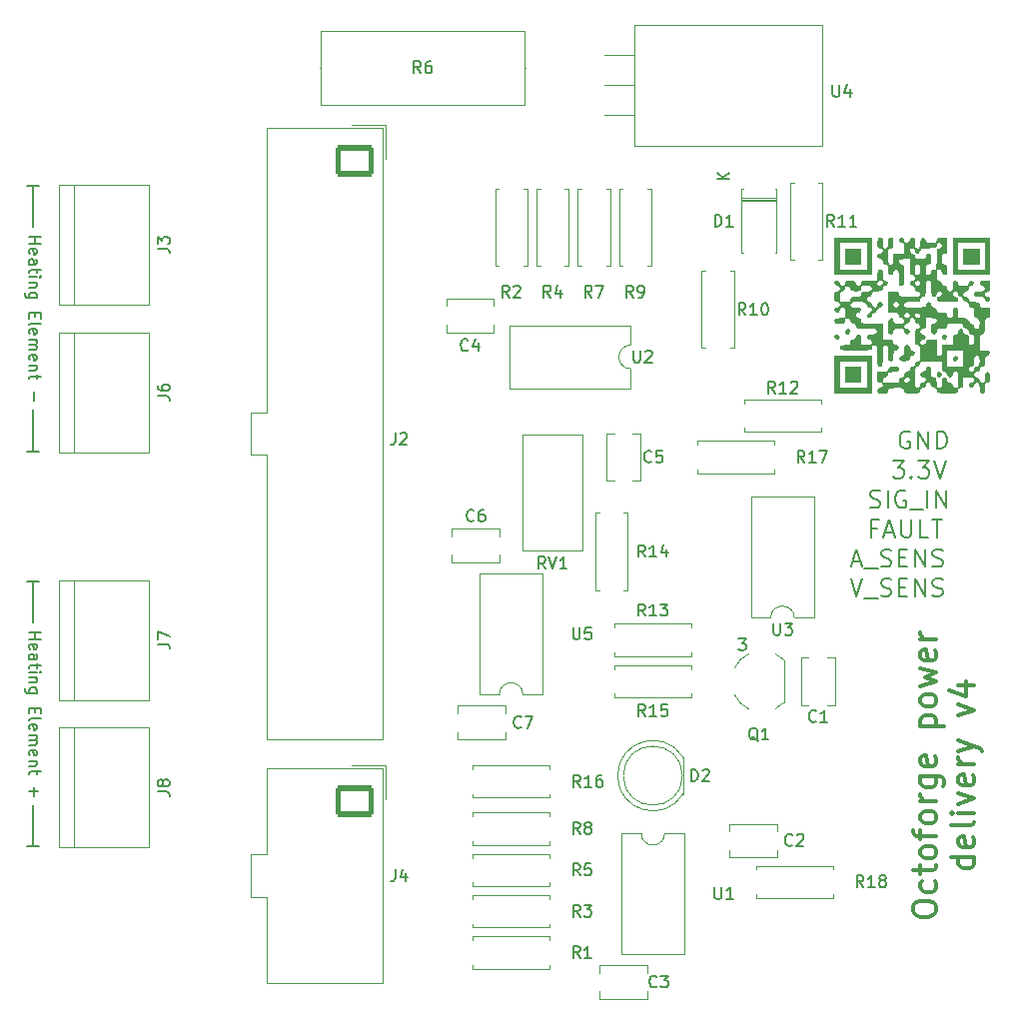
<source format=gto>
G04 #@! TF.GenerationSoftware,KiCad,Pcbnew,9.0.5*
G04 #@! TF.CreationDate,2025-10-18T17:06:13+01:00*
G04 #@! TF.ProjectId,PowerDelivery,506f7765-7244-4656-9c69-766572792e6b,rev?*
G04 #@! TF.SameCoordinates,Original*
G04 #@! TF.FileFunction,Legend,Top*
G04 #@! TF.FilePolarity,Positive*
%FSLAX46Y46*%
G04 Gerber Fmt 4.6, Leading zero omitted, Abs format (unit mm)*
G04 Created by KiCad (PCBNEW 9.0.5) date 2025-10-18 17:06:13*
%MOMM*%
%LPD*%
G01*
G04 APERTURE LIST*
G04 Aperture macros list*
%AMRoundRect*
0 Rectangle with rounded corners*
0 $1 Rounding radius*
0 $2 $3 $4 $5 $6 $7 $8 $9 X,Y pos of 4 corners*
0 Add a 4 corners polygon primitive as box body*
4,1,4,$2,$3,$4,$5,$6,$7,$8,$9,$2,$3,0*
0 Add four circle primitives for the rounded corners*
1,1,$1+$1,$2,$3*
1,1,$1+$1,$4,$5*
1,1,$1+$1,$6,$7*
1,1,$1+$1,$8,$9*
0 Add four rect primitives between the rounded corners*
20,1,$1+$1,$2,$3,$4,$5,0*
20,1,$1+$1,$4,$5,$6,$7,0*
20,1,$1+$1,$6,$7,$8,$9,0*
20,1,$1+$1,$8,$9,$2,$3,0*%
G04 Aperture macros list end*
%ADD10C,0.200000*%
%ADD11C,0.150000*%
%ADD12C,0.300000*%
%ADD13C,0.000000*%
%ADD14C,0.120000*%
%ADD15RoundRect,0.250001X-1.399999X1.099999X-1.399999X-1.099999X1.399999X-1.099999X1.399999X1.099999X0*%
%ADD16O,3.300000X2.700000*%
%ADD17C,1.600000*%
%ADD18O,1.600000X1.600000*%
%ADD19R,3.000000X3.000000*%
%ADD20C,3.000000*%
%ADD21R,1.600000X1.600000*%
%ADD22R,2.200000X2.200000*%
%ADD23O,2.200000X2.200000*%
%ADD24C,2.400000*%
%ADD25O,2.400000X2.400000*%
%ADD26C,1.440000*%
%ADD27R,1.500000X1.500000*%
%ADD28C,1.500000*%
%ADD29C,5.700000*%
%ADD30O,3.500000X3.500000*%
%ADD31R,2.000000X1.905000*%
%ADD32O,2.000000X1.905000*%
%ADD33R,1.800000X1.800000*%
%ADD34C,1.800000*%
%ADD35R,1.700000X1.700000*%
%ADD36O,1.700000X1.700000*%
G04 APERTURE END LIST*
D10*
X173774435Y-108867219D02*
X174393482Y-108867219D01*
X174393482Y-108867219D02*
X174060149Y-109248171D01*
X174060149Y-109248171D02*
X174203006Y-109248171D01*
X174203006Y-109248171D02*
X174298244Y-109295790D01*
X174298244Y-109295790D02*
X174345863Y-109343409D01*
X174345863Y-109343409D02*
X174393482Y-109438647D01*
X174393482Y-109438647D02*
X174393482Y-109676742D01*
X174393482Y-109676742D02*
X174345863Y-109771980D01*
X174345863Y-109771980D02*
X174298244Y-109819600D01*
X174298244Y-109819600D02*
X174203006Y-109867219D01*
X174203006Y-109867219D02*
X173917292Y-109867219D01*
X173917292Y-109867219D02*
X173822054Y-109819600D01*
X173822054Y-109819600D02*
X173774435Y-109771980D01*
D11*
X114000000Y-123000000D02*
X114000000Y-126500000D01*
X114000000Y-89500000D02*
X114000000Y-93000000D01*
X114000000Y-74000000D02*
X114000000Y-70500000D01*
X114000000Y-107500000D02*
X114000000Y-104000000D01*
X113500000Y-104000000D02*
X114500000Y-104000000D01*
X113500000Y-93000000D02*
X114500000Y-93000000D01*
X113500000Y-70500000D02*
X114500000Y-70500000D01*
X113500000Y-126500000D02*
X114500000Y-126500000D01*
X114000000Y-70500000D02*
X113500000Y-70500000D01*
X114000000Y-104000000D02*
X113500000Y-104000000D01*
X114000000Y-93000000D02*
X113500000Y-93000000D01*
X114000000Y-126500000D02*
X113500000Y-126500000D01*
D12*
X188519750Y-131976191D02*
X188519750Y-131595238D01*
X188519750Y-131595238D02*
X188614988Y-131404762D01*
X188614988Y-131404762D02*
X188805464Y-131214286D01*
X188805464Y-131214286D02*
X189186416Y-131119048D01*
X189186416Y-131119048D02*
X189853083Y-131119048D01*
X189853083Y-131119048D02*
X190234035Y-131214286D01*
X190234035Y-131214286D02*
X190424512Y-131404762D01*
X190424512Y-131404762D02*
X190519750Y-131595238D01*
X190519750Y-131595238D02*
X190519750Y-131976191D01*
X190519750Y-131976191D02*
X190424512Y-132166667D01*
X190424512Y-132166667D02*
X190234035Y-132357143D01*
X190234035Y-132357143D02*
X189853083Y-132452381D01*
X189853083Y-132452381D02*
X189186416Y-132452381D01*
X189186416Y-132452381D02*
X188805464Y-132357143D01*
X188805464Y-132357143D02*
X188614988Y-132166667D01*
X188614988Y-132166667D02*
X188519750Y-131976191D01*
X190424512Y-129404762D02*
X190519750Y-129595238D01*
X190519750Y-129595238D02*
X190519750Y-129976191D01*
X190519750Y-129976191D02*
X190424512Y-130166667D01*
X190424512Y-130166667D02*
X190329273Y-130261905D01*
X190329273Y-130261905D02*
X190138797Y-130357143D01*
X190138797Y-130357143D02*
X189567369Y-130357143D01*
X189567369Y-130357143D02*
X189376892Y-130261905D01*
X189376892Y-130261905D02*
X189281654Y-130166667D01*
X189281654Y-130166667D02*
X189186416Y-129976191D01*
X189186416Y-129976191D02*
X189186416Y-129595238D01*
X189186416Y-129595238D02*
X189281654Y-129404762D01*
X189186416Y-128833333D02*
X189186416Y-128071429D01*
X188519750Y-128547619D02*
X190234035Y-128547619D01*
X190234035Y-128547619D02*
X190424512Y-128452381D01*
X190424512Y-128452381D02*
X190519750Y-128261905D01*
X190519750Y-128261905D02*
X190519750Y-128071429D01*
X190519750Y-127119048D02*
X190424512Y-127309524D01*
X190424512Y-127309524D02*
X190329273Y-127404762D01*
X190329273Y-127404762D02*
X190138797Y-127500000D01*
X190138797Y-127500000D02*
X189567369Y-127500000D01*
X189567369Y-127500000D02*
X189376892Y-127404762D01*
X189376892Y-127404762D02*
X189281654Y-127309524D01*
X189281654Y-127309524D02*
X189186416Y-127119048D01*
X189186416Y-127119048D02*
X189186416Y-126833333D01*
X189186416Y-126833333D02*
X189281654Y-126642857D01*
X189281654Y-126642857D02*
X189376892Y-126547619D01*
X189376892Y-126547619D02*
X189567369Y-126452381D01*
X189567369Y-126452381D02*
X190138797Y-126452381D01*
X190138797Y-126452381D02*
X190329273Y-126547619D01*
X190329273Y-126547619D02*
X190424512Y-126642857D01*
X190424512Y-126642857D02*
X190519750Y-126833333D01*
X190519750Y-126833333D02*
X190519750Y-127119048D01*
X189186416Y-125880952D02*
X189186416Y-125119048D01*
X190519750Y-125595238D02*
X188805464Y-125595238D01*
X188805464Y-125595238D02*
X188614988Y-125500000D01*
X188614988Y-125500000D02*
X188519750Y-125309524D01*
X188519750Y-125309524D02*
X188519750Y-125119048D01*
X190519750Y-124166667D02*
X190424512Y-124357143D01*
X190424512Y-124357143D02*
X190329273Y-124452381D01*
X190329273Y-124452381D02*
X190138797Y-124547619D01*
X190138797Y-124547619D02*
X189567369Y-124547619D01*
X189567369Y-124547619D02*
X189376892Y-124452381D01*
X189376892Y-124452381D02*
X189281654Y-124357143D01*
X189281654Y-124357143D02*
X189186416Y-124166667D01*
X189186416Y-124166667D02*
X189186416Y-123880952D01*
X189186416Y-123880952D02*
X189281654Y-123690476D01*
X189281654Y-123690476D02*
X189376892Y-123595238D01*
X189376892Y-123595238D02*
X189567369Y-123500000D01*
X189567369Y-123500000D02*
X190138797Y-123500000D01*
X190138797Y-123500000D02*
X190329273Y-123595238D01*
X190329273Y-123595238D02*
X190424512Y-123690476D01*
X190424512Y-123690476D02*
X190519750Y-123880952D01*
X190519750Y-123880952D02*
X190519750Y-124166667D01*
X190519750Y-122642857D02*
X189186416Y-122642857D01*
X189567369Y-122642857D02*
X189376892Y-122547619D01*
X189376892Y-122547619D02*
X189281654Y-122452381D01*
X189281654Y-122452381D02*
X189186416Y-122261905D01*
X189186416Y-122261905D02*
X189186416Y-122071428D01*
X189186416Y-120547619D02*
X190805464Y-120547619D01*
X190805464Y-120547619D02*
X190995940Y-120642857D01*
X190995940Y-120642857D02*
X191091178Y-120738095D01*
X191091178Y-120738095D02*
X191186416Y-120928572D01*
X191186416Y-120928572D02*
X191186416Y-121214286D01*
X191186416Y-121214286D02*
X191091178Y-121404762D01*
X190424512Y-120547619D02*
X190519750Y-120738095D01*
X190519750Y-120738095D02*
X190519750Y-121119048D01*
X190519750Y-121119048D02*
X190424512Y-121309524D01*
X190424512Y-121309524D02*
X190329273Y-121404762D01*
X190329273Y-121404762D02*
X190138797Y-121500000D01*
X190138797Y-121500000D02*
X189567369Y-121500000D01*
X189567369Y-121500000D02*
X189376892Y-121404762D01*
X189376892Y-121404762D02*
X189281654Y-121309524D01*
X189281654Y-121309524D02*
X189186416Y-121119048D01*
X189186416Y-121119048D02*
X189186416Y-120738095D01*
X189186416Y-120738095D02*
X189281654Y-120547619D01*
X190424512Y-118833333D02*
X190519750Y-119023809D01*
X190519750Y-119023809D02*
X190519750Y-119404762D01*
X190519750Y-119404762D02*
X190424512Y-119595238D01*
X190424512Y-119595238D02*
X190234035Y-119690476D01*
X190234035Y-119690476D02*
X189472131Y-119690476D01*
X189472131Y-119690476D02*
X189281654Y-119595238D01*
X189281654Y-119595238D02*
X189186416Y-119404762D01*
X189186416Y-119404762D02*
X189186416Y-119023809D01*
X189186416Y-119023809D02*
X189281654Y-118833333D01*
X189281654Y-118833333D02*
X189472131Y-118738095D01*
X189472131Y-118738095D02*
X189662607Y-118738095D01*
X189662607Y-118738095D02*
X189853083Y-119690476D01*
X189186416Y-116357142D02*
X191186416Y-116357142D01*
X189281654Y-116357142D02*
X189186416Y-116166666D01*
X189186416Y-116166666D02*
X189186416Y-115785713D01*
X189186416Y-115785713D02*
X189281654Y-115595237D01*
X189281654Y-115595237D02*
X189376892Y-115499999D01*
X189376892Y-115499999D02*
X189567369Y-115404761D01*
X189567369Y-115404761D02*
X190138797Y-115404761D01*
X190138797Y-115404761D02*
X190329273Y-115499999D01*
X190329273Y-115499999D02*
X190424512Y-115595237D01*
X190424512Y-115595237D02*
X190519750Y-115785713D01*
X190519750Y-115785713D02*
X190519750Y-116166666D01*
X190519750Y-116166666D02*
X190424512Y-116357142D01*
X190519750Y-114261904D02*
X190424512Y-114452380D01*
X190424512Y-114452380D02*
X190329273Y-114547618D01*
X190329273Y-114547618D02*
X190138797Y-114642856D01*
X190138797Y-114642856D02*
X189567369Y-114642856D01*
X189567369Y-114642856D02*
X189376892Y-114547618D01*
X189376892Y-114547618D02*
X189281654Y-114452380D01*
X189281654Y-114452380D02*
X189186416Y-114261904D01*
X189186416Y-114261904D02*
X189186416Y-113976189D01*
X189186416Y-113976189D02*
X189281654Y-113785713D01*
X189281654Y-113785713D02*
X189376892Y-113690475D01*
X189376892Y-113690475D02*
X189567369Y-113595237D01*
X189567369Y-113595237D02*
X190138797Y-113595237D01*
X190138797Y-113595237D02*
X190329273Y-113690475D01*
X190329273Y-113690475D02*
X190424512Y-113785713D01*
X190424512Y-113785713D02*
X190519750Y-113976189D01*
X190519750Y-113976189D02*
X190519750Y-114261904D01*
X189186416Y-112928570D02*
X190519750Y-112547618D01*
X190519750Y-112547618D02*
X189567369Y-112166665D01*
X189567369Y-112166665D02*
X190519750Y-111785713D01*
X190519750Y-111785713D02*
X189186416Y-111404761D01*
X190424512Y-109880951D02*
X190519750Y-110071427D01*
X190519750Y-110071427D02*
X190519750Y-110452380D01*
X190519750Y-110452380D02*
X190424512Y-110642856D01*
X190424512Y-110642856D02*
X190234035Y-110738094D01*
X190234035Y-110738094D02*
X189472131Y-110738094D01*
X189472131Y-110738094D02*
X189281654Y-110642856D01*
X189281654Y-110642856D02*
X189186416Y-110452380D01*
X189186416Y-110452380D02*
X189186416Y-110071427D01*
X189186416Y-110071427D02*
X189281654Y-109880951D01*
X189281654Y-109880951D02*
X189472131Y-109785713D01*
X189472131Y-109785713D02*
X189662607Y-109785713D01*
X189662607Y-109785713D02*
X189853083Y-110738094D01*
X190519750Y-108928570D02*
X189186416Y-108928570D01*
X189567369Y-108928570D02*
X189376892Y-108833332D01*
X189376892Y-108833332D02*
X189281654Y-108738094D01*
X189281654Y-108738094D02*
X189186416Y-108547618D01*
X189186416Y-108547618D02*
X189186416Y-108357141D01*
X193739638Y-127404762D02*
X191739638Y-127404762D01*
X193644400Y-127404762D02*
X193739638Y-127595238D01*
X193739638Y-127595238D02*
X193739638Y-127976191D01*
X193739638Y-127976191D02*
X193644400Y-128166667D01*
X193644400Y-128166667D02*
X193549161Y-128261905D01*
X193549161Y-128261905D02*
X193358685Y-128357143D01*
X193358685Y-128357143D02*
X192787257Y-128357143D01*
X192787257Y-128357143D02*
X192596780Y-128261905D01*
X192596780Y-128261905D02*
X192501542Y-128166667D01*
X192501542Y-128166667D02*
X192406304Y-127976191D01*
X192406304Y-127976191D02*
X192406304Y-127595238D01*
X192406304Y-127595238D02*
X192501542Y-127404762D01*
X193644400Y-125690476D02*
X193739638Y-125880952D01*
X193739638Y-125880952D02*
X193739638Y-126261905D01*
X193739638Y-126261905D02*
X193644400Y-126452381D01*
X193644400Y-126452381D02*
X193453923Y-126547619D01*
X193453923Y-126547619D02*
X192692019Y-126547619D01*
X192692019Y-126547619D02*
X192501542Y-126452381D01*
X192501542Y-126452381D02*
X192406304Y-126261905D01*
X192406304Y-126261905D02*
X192406304Y-125880952D01*
X192406304Y-125880952D02*
X192501542Y-125690476D01*
X192501542Y-125690476D02*
X192692019Y-125595238D01*
X192692019Y-125595238D02*
X192882495Y-125595238D01*
X192882495Y-125595238D02*
X193072971Y-126547619D01*
X193739638Y-124452381D02*
X193644400Y-124642857D01*
X193644400Y-124642857D02*
X193453923Y-124738095D01*
X193453923Y-124738095D02*
X191739638Y-124738095D01*
X193739638Y-123690476D02*
X192406304Y-123690476D01*
X191739638Y-123690476D02*
X191834876Y-123785714D01*
X191834876Y-123785714D02*
X191930114Y-123690476D01*
X191930114Y-123690476D02*
X191834876Y-123595238D01*
X191834876Y-123595238D02*
X191739638Y-123690476D01*
X191739638Y-123690476D02*
X191930114Y-123690476D01*
X192406304Y-122928571D02*
X193739638Y-122452381D01*
X193739638Y-122452381D02*
X192406304Y-121976190D01*
X193644400Y-120452380D02*
X193739638Y-120642856D01*
X193739638Y-120642856D02*
X193739638Y-121023809D01*
X193739638Y-121023809D02*
X193644400Y-121214285D01*
X193644400Y-121214285D02*
X193453923Y-121309523D01*
X193453923Y-121309523D02*
X192692019Y-121309523D01*
X192692019Y-121309523D02*
X192501542Y-121214285D01*
X192501542Y-121214285D02*
X192406304Y-121023809D01*
X192406304Y-121023809D02*
X192406304Y-120642856D01*
X192406304Y-120642856D02*
X192501542Y-120452380D01*
X192501542Y-120452380D02*
X192692019Y-120357142D01*
X192692019Y-120357142D02*
X192882495Y-120357142D01*
X192882495Y-120357142D02*
X193072971Y-121309523D01*
X193739638Y-119499999D02*
X192406304Y-119499999D01*
X192787257Y-119499999D02*
X192596780Y-119404761D01*
X192596780Y-119404761D02*
X192501542Y-119309523D01*
X192501542Y-119309523D02*
X192406304Y-119119047D01*
X192406304Y-119119047D02*
X192406304Y-118928570D01*
X192406304Y-118452380D02*
X193739638Y-117976190D01*
X192406304Y-117499999D02*
X193739638Y-117976190D01*
X193739638Y-117976190D02*
X194215828Y-118166666D01*
X194215828Y-118166666D02*
X194311066Y-118261904D01*
X194311066Y-118261904D02*
X194406304Y-118452380D01*
X192406304Y-115404760D02*
X193739638Y-114928570D01*
X193739638Y-114928570D02*
X192406304Y-114452379D01*
X192406304Y-112833331D02*
X193739638Y-112833331D01*
X191644400Y-113309522D02*
X193072971Y-113785712D01*
X193072971Y-113785712D02*
X193072971Y-112547617D01*
D10*
X183274435Y-103806028D02*
X183774435Y-105306028D01*
X183774435Y-105306028D02*
X184274435Y-103806028D01*
X184417292Y-105448885D02*
X185560149Y-105448885D01*
X185845863Y-105234600D02*
X186060149Y-105306028D01*
X186060149Y-105306028D02*
X186417291Y-105306028D01*
X186417291Y-105306028D02*
X186560149Y-105234600D01*
X186560149Y-105234600D02*
X186631577Y-105163171D01*
X186631577Y-105163171D02*
X186703006Y-105020314D01*
X186703006Y-105020314D02*
X186703006Y-104877457D01*
X186703006Y-104877457D02*
X186631577Y-104734600D01*
X186631577Y-104734600D02*
X186560149Y-104663171D01*
X186560149Y-104663171D02*
X186417291Y-104591742D01*
X186417291Y-104591742D02*
X186131577Y-104520314D01*
X186131577Y-104520314D02*
X185988720Y-104448885D01*
X185988720Y-104448885D02*
X185917291Y-104377457D01*
X185917291Y-104377457D02*
X185845863Y-104234600D01*
X185845863Y-104234600D02*
X185845863Y-104091742D01*
X185845863Y-104091742D02*
X185917291Y-103948885D01*
X185917291Y-103948885D02*
X185988720Y-103877457D01*
X185988720Y-103877457D02*
X186131577Y-103806028D01*
X186131577Y-103806028D02*
X186488720Y-103806028D01*
X186488720Y-103806028D02*
X186703006Y-103877457D01*
X187345862Y-104520314D02*
X187845862Y-104520314D01*
X188060148Y-105306028D02*
X187345862Y-105306028D01*
X187345862Y-105306028D02*
X187345862Y-103806028D01*
X187345862Y-103806028D02*
X188060148Y-103806028D01*
X188703005Y-105306028D02*
X188703005Y-103806028D01*
X188703005Y-103806028D02*
X189560148Y-105306028D01*
X189560148Y-105306028D02*
X189560148Y-103806028D01*
X190203006Y-105234600D02*
X190417292Y-105306028D01*
X190417292Y-105306028D02*
X190774434Y-105306028D01*
X190774434Y-105306028D02*
X190917292Y-105234600D01*
X190917292Y-105234600D02*
X190988720Y-105163171D01*
X190988720Y-105163171D02*
X191060149Y-105020314D01*
X191060149Y-105020314D02*
X191060149Y-104877457D01*
X191060149Y-104877457D02*
X190988720Y-104734600D01*
X190988720Y-104734600D02*
X190917292Y-104663171D01*
X190917292Y-104663171D02*
X190774434Y-104591742D01*
X190774434Y-104591742D02*
X190488720Y-104520314D01*
X190488720Y-104520314D02*
X190345863Y-104448885D01*
X190345863Y-104448885D02*
X190274434Y-104377457D01*
X190274434Y-104377457D02*
X190203006Y-104234600D01*
X190203006Y-104234600D02*
X190203006Y-104091742D01*
X190203006Y-104091742D02*
X190274434Y-103948885D01*
X190274434Y-103948885D02*
X190345863Y-103877457D01*
X190345863Y-103877457D02*
X190488720Y-103806028D01*
X190488720Y-103806028D02*
X190845863Y-103806028D01*
X190845863Y-103806028D02*
X191060149Y-103877457D01*
D11*
X113630180Y-108336779D02*
X114630180Y-108336779D01*
X114153990Y-108336779D02*
X114153990Y-108908207D01*
X113630180Y-108908207D02*
X114630180Y-108908207D01*
X113677800Y-109765350D02*
X113630180Y-109670112D01*
X113630180Y-109670112D02*
X113630180Y-109479636D01*
X113630180Y-109479636D02*
X113677800Y-109384398D01*
X113677800Y-109384398D02*
X113773038Y-109336779D01*
X113773038Y-109336779D02*
X114153990Y-109336779D01*
X114153990Y-109336779D02*
X114249228Y-109384398D01*
X114249228Y-109384398D02*
X114296847Y-109479636D01*
X114296847Y-109479636D02*
X114296847Y-109670112D01*
X114296847Y-109670112D02*
X114249228Y-109765350D01*
X114249228Y-109765350D02*
X114153990Y-109812969D01*
X114153990Y-109812969D02*
X114058752Y-109812969D01*
X114058752Y-109812969D02*
X113963514Y-109336779D01*
X113630180Y-110670112D02*
X114153990Y-110670112D01*
X114153990Y-110670112D02*
X114249228Y-110622493D01*
X114249228Y-110622493D02*
X114296847Y-110527255D01*
X114296847Y-110527255D02*
X114296847Y-110336779D01*
X114296847Y-110336779D02*
X114249228Y-110241541D01*
X113677800Y-110670112D02*
X113630180Y-110574874D01*
X113630180Y-110574874D02*
X113630180Y-110336779D01*
X113630180Y-110336779D02*
X113677800Y-110241541D01*
X113677800Y-110241541D02*
X113773038Y-110193922D01*
X113773038Y-110193922D02*
X113868276Y-110193922D01*
X113868276Y-110193922D02*
X113963514Y-110241541D01*
X113963514Y-110241541D02*
X114011133Y-110336779D01*
X114011133Y-110336779D02*
X114011133Y-110574874D01*
X114011133Y-110574874D02*
X114058752Y-110670112D01*
X114296847Y-111003446D02*
X114296847Y-111384398D01*
X114630180Y-111146303D02*
X113773038Y-111146303D01*
X113773038Y-111146303D02*
X113677800Y-111193922D01*
X113677800Y-111193922D02*
X113630180Y-111289160D01*
X113630180Y-111289160D02*
X113630180Y-111384398D01*
X113630180Y-111717732D02*
X114296847Y-111717732D01*
X114630180Y-111717732D02*
X114582561Y-111670113D01*
X114582561Y-111670113D02*
X114534942Y-111717732D01*
X114534942Y-111717732D02*
X114582561Y-111765351D01*
X114582561Y-111765351D02*
X114630180Y-111717732D01*
X114630180Y-111717732D02*
X114534942Y-111717732D01*
X114296847Y-112193922D02*
X113630180Y-112193922D01*
X114201609Y-112193922D02*
X114249228Y-112241541D01*
X114249228Y-112241541D02*
X114296847Y-112336779D01*
X114296847Y-112336779D02*
X114296847Y-112479636D01*
X114296847Y-112479636D02*
X114249228Y-112574874D01*
X114249228Y-112574874D02*
X114153990Y-112622493D01*
X114153990Y-112622493D02*
X113630180Y-112622493D01*
X114296847Y-113527255D02*
X113487323Y-113527255D01*
X113487323Y-113527255D02*
X113392085Y-113479636D01*
X113392085Y-113479636D02*
X113344466Y-113432017D01*
X113344466Y-113432017D02*
X113296847Y-113336779D01*
X113296847Y-113336779D02*
X113296847Y-113193922D01*
X113296847Y-113193922D02*
X113344466Y-113098684D01*
X113677800Y-113527255D02*
X113630180Y-113432017D01*
X113630180Y-113432017D02*
X113630180Y-113241541D01*
X113630180Y-113241541D02*
X113677800Y-113146303D01*
X113677800Y-113146303D02*
X113725419Y-113098684D01*
X113725419Y-113098684D02*
X113820657Y-113051065D01*
X113820657Y-113051065D02*
X114106371Y-113051065D01*
X114106371Y-113051065D02*
X114201609Y-113098684D01*
X114201609Y-113098684D02*
X114249228Y-113146303D01*
X114249228Y-113146303D02*
X114296847Y-113241541D01*
X114296847Y-113241541D02*
X114296847Y-113432017D01*
X114296847Y-113432017D02*
X114249228Y-113527255D01*
X114153990Y-114765351D02*
X114153990Y-115098684D01*
X113630180Y-115241541D02*
X113630180Y-114765351D01*
X113630180Y-114765351D02*
X114630180Y-114765351D01*
X114630180Y-114765351D02*
X114630180Y-115241541D01*
X113630180Y-115812970D02*
X113677800Y-115717732D01*
X113677800Y-115717732D02*
X113773038Y-115670113D01*
X113773038Y-115670113D02*
X114630180Y-115670113D01*
X113677800Y-116574875D02*
X113630180Y-116479637D01*
X113630180Y-116479637D02*
X113630180Y-116289161D01*
X113630180Y-116289161D02*
X113677800Y-116193923D01*
X113677800Y-116193923D02*
X113773038Y-116146304D01*
X113773038Y-116146304D02*
X114153990Y-116146304D01*
X114153990Y-116146304D02*
X114249228Y-116193923D01*
X114249228Y-116193923D02*
X114296847Y-116289161D01*
X114296847Y-116289161D02*
X114296847Y-116479637D01*
X114296847Y-116479637D02*
X114249228Y-116574875D01*
X114249228Y-116574875D02*
X114153990Y-116622494D01*
X114153990Y-116622494D02*
X114058752Y-116622494D01*
X114058752Y-116622494D02*
X113963514Y-116146304D01*
X113630180Y-117051066D02*
X114296847Y-117051066D01*
X114201609Y-117051066D02*
X114249228Y-117098685D01*
X114249228Y-117098685D02*
X114296847Y-117193923D01*
X114296847Y-117193923D02*
X114296847Y-117336780D01*
X114296847Y-117336780D02*
X114249228Y-117432018D01*
X114249228Y-117432018D02*
X114153990Y-117479637D01*
X114153990Y-117479637D02*
X113630180Y-117479637D01*
X114153990Y-117479637D02*
X114249228Y-117527256D01*
X114249228Y-117527256D02*
X114296847Y-117622494D01*
X114296847Y-117622494D02*
X114296847Y-117765351D01*
X114296847Y-117765351D02*
X114249228Y-117860590D01*
X114249228Y-117860590D02*
X114153990Y-117908209D01*
X114153990Y-117908209D02*
X113630180Y-117908209D01*
X113677800Y-118765351D02*
X113630180Y-118670113D01*
X113630180Y-118670113D02*
X113630180Y-118479637D01*
X113630180Y-118479637D02*
X113677800Y-118384399D01*
X113677800Y-118384399D02*
X113773038Y-118336780D01*
X113773038Y-118336780D02*
X114153990Y-118336780D01*
X114153990Y-118336780D02*
X114249228Y-118384399D01*
X114249228Y-118384399D02*
X114296847Y-118479637D01*
X114296847Y-118479637D02*
X114296847Y-118670113D01*
X114296847Y-118670113D02*
X114249228Y-118765351D01*
X114249228Y-118765351D02*
X114153990Y-118812970D01*
X114153990Y-118812970D02*
X114058752Y-118812970D01*
X114058752Y-118812970D02*
X113963514Y-118336780D01*
X114296847Y-119241542D02*
X113630180Y-119241542D01*
X114201609Y-119241542D02*
X114249228Y-119289161D01*
X114249228Y-119289161D02*
X114296847Y-119384399D01*
X114296847Y-119384399D02*
X114296847Y-119527256D01*
X114296847Y-119527256D02*
X114249228Y-119622494D01*
X114249228Y-119622494D02*
X114153990Y-119670113D01*
X114153990Y-119670113D02*
X113630180Y-119670113D01*
X114296847Y-120003447D02*
X114296847Y-120384399D01*
X114630180Y-120146304D02*
X113773038Y-120146304D01*
X113773038Y-120146304D02*
X113677800Y-120193923D01*
X113677800Y-120193923D02*
X113630180Y-120289161D01*
X113630180Y-120289161D02*
X113630180Y-120384399D01*
X114011133Y-121479638D02*
X114011133Y-122241543D01*
X113630180Y-121860590D02*
X114392085Y-121860590D01*
X113630180Y-74836779D02*
X114630180Y-74836779D01*
X114153990Y-74836779D02*
X114153990Y-75408207D01*
X113630180Y-75408207D02*
X114630180Y-75408207D01*
X113677800Y-76265350D02*
X113630180Y-76170112D01*
X113630180Y-76170112D02*
X113630180Y-75979636D01*
X113630180Y-75979636D02*
X113677800Y-75884398D01*
X113677800Y-75884398D02*
X113773038Y-75836779D01*
X113773038Y-75836779D02*
X114153990Y-75836779D01*
X114153990Y-75836779D02*
X114249228Y-75884398D01*
X114249228Y-75884398D02*
X114296847Y-75979636D01*
X114296847Y-75979636D02*
X114296847Y-76170112D01*
X114296847Y-76170112D02*
X114249228Y-76265350D01*
X114249228Y-76265350D02*
X114153990Y-76312969D01*
X114153990Y-76312969D02*
X114058752Y-76312969D01*
X114058752Y-76312969D02*
X113963514Y-75836779D01*
X113630180Y-77170112D02*
X114153990Y-77170112D01*
X114153990Y-77170112D02*
X114249228Y-77122493D01*
X114249228Y-77122493D02*
X114296847Y-77027255D01*
X114296847Y-77027255D02*
X114296847Y-76836779D01*
X114296847Y-76836779D02*
X114249228Y-76741541D01*
X113677800Y-77170112D02*
X113630180Y-77074874D01*
X113630180Y-77074874D02*
X113630180Y-76836779D01*
X113630180Y-76836779D02*
X113677800Y-76741541D01*
X113677800Y-76741541D02*
X113773038Y-76693922D01*
X113773038Y-76693922D02*
X113868276Y-76693922D01*
X113868276Y-76693922D02*
X113963514Y-76741541D01*
X113963514Y-76741541D02*
X114011133Y-76836779D01*
X114011133Y-76836779D02*
X114011133Y-77074874D01*
X114011133Y-77074874D02*
X114058752Y-77170112D01*
X114296847Y-77503446D02*
X114296847Y-77884398D01*
X114630180Y-77646303D02*
X113773038Y-77646303D01*
X113773038Y-77646303D02*
X113677800Y-77693922D01*
X113677800Y-77693922D02*
X113630180Y-77789160D01*
X113630180Y-77789160D02*
X113630180Y-77884398D01*
X113630180Y-78217732D02*
X114296847Y-78217732D01*
X114630180Y-78217732D02*
X114582561Y-78170113D01*
X114582561Y-78170113D02*
X114534942Y-78217732D01*
X114534942Y-78217732D02*
X114582561Y-78265351D01*
X114582561Y-78265351D02*
X114630180Y-78217732D01*
X114630180Y-78217732D02*
X114534942Y-78217732D01*
X114296847Y-78693922D02*
X113630180Y-78693922D01*
X114201609Y-78693922D02*
X114249228Y-78741541D01*
X114249228Y-78741541D02*
X114296847Y-78836779D01*
X114296847Y-78836779D02*
X114296847Y-78979636D01*
X114296847Y-78979636D02*
X114249228Y-79074874D01*
X114249228Y-79074874D02*
X114153990Y-79122493D01*
X114153990Y-79122493D02*
X113630180Y-79122493D01*
X114296847Y-80027255D02*
X113487323Y-80027255D01*
X113487323Y-80027255D02*
X113392085Y-79979636D01*
X113392085Y-79979636D02*
X113344466Y-79932017D01*
X113344466Y-79932017D02*
X113296847Y-79836779D01*
X113296847Y-79836779D02*
X113296847Y-79693922D01*
X113296847Y-79693922D02*
X113344466Y-79598684D01*
X113677800Y-80027255D02*
X113630180Y-79932017D01*
X113630180Y-79932017D02*
X113630180Y-79741541D01*
X113630180Y-79741541D02*
X113677800Y-79646303D01*
X113677800Y-79646303D02*
X113725419Y-79598684D01*
X113725419Y-79598684D02*
X113820657Y-79551065D01*
X113820657Y-79551065D02*
X114106371Y-79551065D01*
X114106371Y-79551065D02*
X114201609Y-79598684D01*
X114201609Y-79598684D02*
X114249228Y-79646303D01*
X114249228Y-79646303D02*
X114296847Y-79741541D01*
X114296847Y-79741541D02*
X114296847Y-79932017D01*
X114296847Y-79932017D02*
X114249228Y-80027255D01*
X114153990Y-81265351D02*
X114153990Y-81598684D01*
X113630180Y-81741541D02*
X113630180Y-81265351D01*
X113630180Y-81265351D02*
X114630180Y-81265351D01*
X114630180Y-81265351D02*
X114630180Y-81741541D01*
X113630180Y-82312970D02*
X113677800Y-82217732D01*
X113677800Y-82217732D02*
X113773038Y-82170113D01*
X113773038Y-82170113D02*
X114630180Y-82170113D01*
X113677800Y-83074875D02*
X113630180Y-82979637D01*
X113630180Y-82979637D02*
X113630180Y-82789161D01*
X113630180Y-82789161D02*
X113677800Y-82693923D01*
X113677800Y-82693923D02*
X113773038Y-82646304D01*
X113773038Y-82646304D02*
X114153990Y-82646304D01*
X114153990Y-82646304D02*
X114249228Y-82693923D01*
X114249228Y-82693923D02*
X114296847Y-82789161D01*
X114296847Y-82789161D02*
X114296847Y-82979637D01*
X114296847Y-82979637D02*
X114249228Y-83074875D01*
X114249228Y-83074875D02*
X114153990Y-83122494D01*
X114153990Y-83122494D02*
X114058752Y-83122494D01*
X114058752Y-83122494D02*
X113963514Y-82646304D01*
X113630180Y-83551066D02*
X114296847Y-83551066D01*
X114201609Y-83551066D02*
X114249228Y-83598685D01*
X114249228Y-83598685D02*
X114296847Y-83693923D01*
X114296847Y-83693923D02*
X114296847Y-83836780D01*
X114296847Y-83836780D02*
X114249228Y-83932018D01*
X114249228Y-83932018D02*
X114153990Y-83979637D01*
X114153990Y-83979637D02*
X113630180Y-83979637D01*
X114153990Y-83979637D02*
X114249228Y-84027256D01*
X114249228Y-84027256D02*
X114296847Y-84122494D01*
X114296847Y-84122494D02*
X114296847Y-84265351D01*
X114296847Y-84265351D02*
X114249228Y-84360590D01*
X114249228Y-84360590D02*
X114153990Y-84408209D01*
X114153990Y-84408209D02*
X113630180Y-84408209D01*
X113677800Y-85265351D02*
X113630180Y-85170113D01*
X113630180Y-85170113D02*
X113630180Y-84979637D01*
X113630180Y-84979637D02*
X113677800Y-84884399D01*
X113677800Y-84884399D02*
X113773038Y-84836780D01*
X113773038Y-84836780D02*
X114153990Y-84836780D01*
X114153990Y-84836780D02*
X114249228Y-84884399D01*
X114249228Y-84884399D02*
X114296847Y-84979637D01*
X114296847Y-84979637D02*
X114296847Y-85170113D01*
X114296847Y-85170113D02*
X114249228Y-85265351D01*
X114249228Y-85265351D02*
X114153990Y-85312970D01*
X114153990Y-85312970D02*
X114058752Y-85312970D01*
X114058752Y-85312970D02*
X113963514Y-84836780D01*
X114296847Y-85741542D02*
X113630180Y-85741542D01*
X114201609Y-85741542D02*
X114249228Y-85789161D01*
X114249228Y-85789161D02*
X114296847Y-85884399D01*
X114296847Y-85884399D02*
X114296847Y-86027256D01*
X114296847Y-86027256D02*
X114249228Y-86122494D01*
X114249228Y-86122494D02*
X114153990Y-86170113D01*
X114153990Y-86170113D02*
X113630180Y-86170113D01*
X114296847Y-86503447D02*
X114296847Y-86884399D01*
X114630180Y-86646304D02*
X113773038Y-86646304D01*
X113773038Y-86646304D02*
X113677800Y-86693923D01*
X113677800Y-86693923D02*
X113630180Y-86789161D01*
X113630180Y-86789161D02*
X113630180Y-86884399D01*
X114011133Y-87979638D02*
X114011133Y-88741543D01*
D10*
X184917292Y-97734600D02*
X185131578Y-97806028D01*
X185131578Y-97806028D02*
X185488720Y-97806028D01*
X185488720Y-97806028D02*
X185631578Y-97734600D01*
X185631578Y-97734600D02*
X185703006Y-97663171D01*
X185703006Y-97663171D02*
X185774435Y-97520314D01*
X185774435Y-97520314D02*
X185774435Y-97377457D01*
X185774435Y-97377457D02*
X185703006Y-97234600D01*
X185703006Y-97234600D02*
X185631578Y-97163171D01*
X185631578Y-97163171D02*
X185488720Y-97091742D01*
X185488720Y-97091742D02*
X185203006Y-97020314D01*
X185203006Y-97020314D02*
X185060149Y-96948885D01*
X185060149Y-96948885D02*
X184988720Y-96877457D01*
X184988720Y-96877457D02*
X184917292Y-96734600D01*
X184917292Y-96734600D02*
X184917292Y-96591742D01*
X184917292Y-96591742D02*
X184988720Y-96448885D01*
X184988720Y-96448885D02*
X185060149Y-96377457D01*
X185060149Y-96377457D02*
X185203006Y-96306028D01*
X185203006Y-96306028D02*
X185560149Y-96306028D01*
X185560149Y-96306028D02*
X185774435Y-96377457D01*
X186417291Y-97806028D02*
X186417291Y-96306028D01*
X187917292Y-96377457D02*
X187774435Y-96306028D01*
X187774435Y-96306028D02*
X187560149Y-96306028D01*
X187560149Y-96306028D02*
X187345863Y-96377457D01*
X187345863Y-96377457D02*
X187203006Y-96520314D01*
X187203006Y-96520314D02*
X187131577Y-96663171D01*
X187131577Y-96663171D02*
X187060149Y-96948885D01*
X187060149Y-96948885D02*
X187060149Y-97163171D01*
X187060149Y-97163171D02*
X187131577Y-97448885D01*
X187131577Y-97448885D02*
X187203006Y-97591742D01*
X187203006Y-97591742D02*
X187345863Y-97734600D01*
X187345863Y-97734600D02*
X187560149Y-97806028D01*
X187560149Y-97806028D02*
X187703006Y-97806028D01*
X187703006Y-97806028D02*
X187917292Y-97734600D01*
X187917292Y-97734600D02*
X187988720Y-97663171D01*
X187988720Y-97663171D02*
X187988720Y-97163171D01*
X187988720Y-97163171D02*
X187703006Y-97163171D01*
X188274435Y-97948885D02*
X189417292Y-97948885D01*
X189774434Y-97806028D02*
X189774434Y-96306028D01*
X190488720Y-97806028D02*
X190488720Y-96306028D01*
X190488720Y-96306028D02*
X191345863Y-97806028D01*
X191345863Y-97806028D02*
X191345863Y-96306028D01*
X185488720Y-99520314D02*
X184988720Y-99520314D01*
X184988720Y-100306028D02*
X184988720Y-98806028D01*
X184988720Y-98806028D02*
X185703006Y-98806028D01*
X186203006Y-99877457D02*
X186917292Y-99877457D01*
X186060149Y-100306028D02*
X186560149Y-98806028D01*
X186560149Y-98806028D02*
X187060149Y-100306028D01*
X187560148Y-98806028D02*
X187560148Y-100020314D01*
X187560148Y-100020314D02*
X187631577Y-100163171D01*
X187631577Y-100163171D02*
X187703006Y-100234600D01*
X187703006Y-100234600D02*
X187845863Y-100306028D01*
X187845863Y-100306028D02*
X188131577Y-100306028D01*
X188131577Y-100306028D02*
X188274434Y-100234600D01*
X188274434Y-100234600D02*
X188345863Y-100163171D01*
X188345863Y-100163171D02*
X188417291Y-100020314D01*
X188417291Y-100020314D02*
X188417291Y-98806028D01*
X189845863Y-100306028D02*
X189131577Y-100306028D01*
X189131577Y-100306028D02*
X189131577Y-98806028D01*
X190131578Y-98806028D02*
X190988721Y-98806028D01*
X190560149Y-100306028D02*
X190560149Y-98806028D01*
X186845863Y-93806028D02*
X187774435Y-93806028D01*
X187774435Y-93806028D02*
X187274435Y-94377457D01*
X187274435Y-94377457D02*
X187488720Y-94377457D01*
X187488720Y-94377457D02*
X187631578Y-94448885D01*
X187631578Y-94448885D02*
X187703006Y-94520314D01*
X187703006Y-94520314D02*
X187774435Y-94663171D01*
X187774435Y-94663171D02*
X187774435Y-95020314D01*
X187774435Y-95020314D02*
X187703006Y-95163171D01*
X187703006Y-95163171D02*
X187631578Y-95234600D01*
X187631578Y-95234600D02*
X187488720Y-95306028D01*
X187488720Y-95306028D02*
X187060149Y-95306028D01*
X187060149Y-95306028D02*
X186917292Y-95234600D01*
X186917292Y-95234600D02*
X186845863Y-95163171D01*
X188417291Y-95163171D02*
X188488720Y-95234600D01*
X188488720Y-95234600D02*
X188417291Y-95306028D01*
X188417291Y-95306028D02*
X188345863Y-95234600D01*
X188345863Y-95234600D02*
X188417291Y-95163171D01*
X188417291Y-95163171D02*
X188417291Y-95306028D01*
X188988720Y-93806028D02*
X189917292Y-93806028D01*
X189917292Y-93806028D02*
X189417292Y-94377457D01*
X189417292Y-94377457D02*
X189631577Y-94377457D01*
X189631577Y-94377457D02*
X189774435Y-94448885D01*
X189774435Y-94448885D02*
X189845863Y-94520314D01*
X189845863Y-94520314D02*
X189917292Y-94663171D01*
X189917292Y-94663171D02*
X189917292Y-95020314D01*
X189917292Y-95020314D02*
X189845863Y-95163171D01*
X189845863Y-95163171D02*
X189774435Y-95234600D01*
X189774435Y-95234600D02*
X189631577Y-95306028D01*
X189631577Y-95306028D02*
X189203006Y-95306028D01*
X189203006Y-95306028D02*
X189060149Y-95234600D01*
X189060149Y-95234600D02*
X188988720Y-95163171D01*
X190345863Y-93806028D02*
X190845863Y-95306028D01*
X190845863Y-95306028D02*
X191345863Y-93806028D01*
X188274435Y-91377457D02*
X188131578Y-91306028D01*
X188131578Y-91306028D02*
X187917292Y-91306028D01*
X187917292Y-91306028D02*
X187703006Y-91377457D01*
X187703006Y-91377457D02*
X187560149Y-91520314D01*
X187560149Y-91520314D02*
X187488720Y-91663171D01*
X187488720Y-91663171D02*
X187417292Y-91948885D01*
X187417292Y-91948885D02*
X187417292Y-92163171D01*
X187417292Y-92163171D02*
X187488720Y-92448885D01*
X187488720Y-92448885D02*
X187560149Y-92591742D01*
X187560149Y-92591742D02*
X187703006Y-92734600D01*
X187703006Y-92734600D02*
X187917292Y-92806028D01*
X187917292Y-92806028D02*
X188060149Y-92806028D01*
X188060149Y-92806028D02*
X188274435Y-92734600D01*
X188274435Y-92734600D02*
X188345863Y-92663171D01*
X188345863Y-92663171D02*
X188345863Y-92163171D01*
X188345863Y-92163171D02*
X188060149Y-92163171D01*
X188988720Y-92806028D02*
X188988720Y-91306028D01*
X188988720Y-91306028D02*
X189845863Y-92806028D01*
X189845863Y-92806028D02*
X189845863Y-91306028D01*
X190560149Y-92806028D02*
X190560149Y-91306028D01*
X190560149Y-91306028D02*
X190917292Y-91306028D01*
X190917292Y-91306028D02*
X191131578Y-91377457D01*
X191131578Y-91377457D02*
X191274435Y-91520314D01*
X191274435Y-91520314D02*
X191345864Y-91663171D01*
X191345864Y-91663171D02*
X191417292Y-91948885D01*
X191417292Y-91948885D02*
X191417292Y-92163171D01*
X191417292Y-92163171D02*
X191345864Y-92448885D01*
X191345864Y-92448885D02*
X191274435Y-92591742D01*
X191274435Y-92591742D02*
X191131578Y-92734600D01*
X191131578Y-92734600D02*
X190917292Y-92806028D01*
X190917292Y-92806028D02*
X190560149Y-92806028D01*
X183417292Y-102377457D02*
X184131578Y-102377457D01*
X183274435Y-102806028D02*
X183774435Y-101306028D01*
X183774435Y-101306028D02*
X184274435Y-102806028D01*
X184417292Y-102948885D02*
X185560149Y-102948885D01*
X185845863Y-102734600D02*
X186060149Y-102806028D01*
X186060149Y-102806028D02*
X186417291Y-102806028D01*
X186417291Y-102806028D02*
X186560149Y-102734600D01*
X186560149Y-102734600D02*
X186631577Y-102663171D01*
X186631577Y-102663171D02*
X186703006Y-102520314D01*
X186703006Y-102520314D02*
X186703006Y-102377457D01*
X186703006Y-102377457D02*
X186631577Y-102234600D01*
X186631577Y-102234600D02*
X186560149Y-102163171D01*
X186560149Y-102163171D02*
X186417291Y-102091742D01*
X186417291Y-102091742D02*
X186131577Y-102020314D01*
X186131577Y-102020314D02*
X185988720Y-101948885D01*
X185988720Y-101948885D02*
X185917291Y-101877457D01*
X185917291Y-101877457D02*
X185845863Y-101734600D01*
X185845863Y-101734600D02*
X185845863Y-101591742D01*
X185845863Y-101591742D02*
X185917291Y-101448885D01*
X185917291Y-101448885D02*
X185988720Y-101377457D01*
X185988720Y-101377457D02*
X186131577Y-101306028D01*
X186131577Y-101306028D02*
X186488720Y-101306028D01*
X186488720Y-101306028D02*
X186703006Y-101377457D01*
X187345862Y-102020314D02*
X187845862Y-102020314D01*
X188060148Y-102806028D02*
X187345862Y-102806028D01*
X187345862Y-102806028D02*
X187345862Y-101306028D01*
X187345862Y-101306028D02*
X188060148Y-101306028D01*
X188703005Y-102806028D02*
X188703005Y-101306028D01*
X188703005Y-101306028D02*
X189560148Y-102806028D01*
X189560148Y-102806028D02*
X189560148Y-101306028D01*
X190203006Y-102734600D02*
X190417292Y-102806028D01*
X190417292Y-102806028D02*
X190774434Y-102806028D01*
X190774434Y-102806028D02*
X190917292Y-102734600D01*
X190917292Y-102734600D02*
X190988720Y-102663171D01*
X190988720Y-102663171D02*
X191060149Y-102520314D01*
X191060149Y-102520314D02*
X191060149Y-102377457D01*
X191060149Y-102377457D02*
X190988720Y-102234600D01*
X190988720Y-102234600D02*
X190917292Y-102163171D01*
X190917292Y-102163171D02*
X190774434Y-102091742D01*
X190774434Y-102091742D02*
X190488720Y-102020314D01*
X190488720Y-102020314D02*
X190345863Y-101948885D01*
X190345863Y-101948885D02*
X190274434Y-101877457D01*
X190274434Y-101877457D02*
X190203006Y-101734600D01*
X190203006Y-101734600D02*
X190203006Y-101591742D01*
X190203006Y-101591742D02*
X190274434Y-101448885D01*
X190274434Y-101448885D02*
X190345863Y-101377457D01*
X190345863Y-101377457D02*
X190488720Y-101306028D01*
X190488720Y-101306028D02*
X190845863Y-101306028D01*
X190845863Y-101306028D02*
X191060149Y-101377457D01*
D11*
X144666666Y-128454819D02*
X144666666Y-129169104D01*
X144666666Y-129169104D02*
X144619047Y-129311961D01*
X144619047Y-129311961D02*
X144523809Y-129407200D01*
X144523809Y-129407200D02*
X144380952Y-129454819D01*
X144380952Y-129454819D02*
X144285714Y-129454819D01*
X145571428Y-128788152D02*
X145571428Y-129454819D01*
X145333333Y-128407200D02*
X145095238Y-129121485D01*
X145095238Y-129121485D02*
X145714285Y-129121485D01*
X174357142Y-81454819D02*
X174023809Y-80978628D01*
X173785714Y-81454819D02*
X173785714Y-80454819D01*
X173785714Y-80454819D02*
X174166666Y-80454819D01*
X174166666Y-80454819D02*
X174261904Y-80502438D01*
X174261904Y-80502438D02*
X174309523Y-80550057D01*
X174309523Y-80550057D02*
X174357142Y-80645295D01*
X174357142Y-80645295D02*
X174357142Y-80788152D01*
X174357142Y-80788152D02*
X174309523Y-80883390D01*
X174309523Y-80883390D02*
X174261904Y-80931009D01*
X174261904Y-80931009D02*
X174166666Y-80978628D01*
X174166666Y-80978628D02*
X173785714Y-80978628D01*
X175309523Y-81454819D02*
X174738095Y-81454819D01*
X175023809Y-81454819D02*
X175023809Y-80454819D01*
X175023809Y-80454819D02*
X174928571Y-80597676D01*
X174928571Y-80597676D02*
X174833333Y-80692914D01*
X174833333Y-80692914D02*
X174738095Y-80740533D01*
X175928571Y-80454819D02*
X176023809Y-80454819D01*
X176023809Y-80454819D02*
X176119047Y-80502438D01*
X176119047Y-80502438D02*
X176166666Y-80550057D01*
X176166666Y-80550057D02*
X176214285Y-80645295D01*
X176214285Y-80645295D02*
X176261904Y-80835771D01*
X176261904Y-80835771D02*
X176261904Y-81073866D01*
X176261904Y-81073866D02*
X176214285Y-81264342D01*
X176214285Y-81264342D02*
X176166666Y-81359580D01*
X176166666Y-81359580D02*
X176119047Y-81407200D01*
X176119047Y-81407200D02*
X176023809Y-81454819D01*
X176023809Y-81454819D02*
X175928571Y-81454819D01*
X175928571Y-81454819D02*
X175833333Y-81407200D01*
X175833333Y-81407200D02*
X175785714Y-81359580D01*
X175785714Y-81359580D02*
X175738095Y-81264342D01*
X175738095Y-81264342D02*
X175690476Y-81073866D01*
X175690476Y-81073866D02*
X175690476Y-80835771D01*
X175690476Y-80835771D02*
X175738095Y-80645295D01*
X175738095Y-80645295D02*
X175785714Y-80550057D01*
X175785714Y-80550057D02*
X175833333Y-80502438D01*
X175833333Y-80502438D02*
X175928571Y-80454819D01*
X124534819Y-75833333D02*
X125249104Y-75833333D01*
X125249104Y-75833333D02*
X125391961Y-75880952D01*
X125391961Y-75880952D02*
X125487200Y-75976190D01*
X125487200Y-75976190D02*
X125534819Y-76119047D01*
X125534819Y-76119047D02*
X125534819Y-76214285D01*
X124534819Y-75452380D02*
X124534819Y-74833333D01*
X124534819Y-74833333D02*
X124915771Y-75166666D01*
X124915771Y-75166666D02*
X124915771Y-75023809D01*
X124915771Y-75023809D02*
X124963390Y-74928571D01*
X124963390Y-74928571D02*
X125011009Y-74880952D01*
X125011009Y-74880952D02*
X125106247Y-74833333D01*
X125106247Y-74833333D02*
X125344342Y-74833333D01*
X125344342Y-74833333D02*
X125439580Y-74880952D01*
X125439580Y-74880952D02*
X125487200Y-74928571D01*
X125487200Y-74928571D02*
X125534819Y-75023809D01*
X125534819Y-75023809D02*
X125534819Y-75309523D01*
X125534819Y-75309523D02*
X125487200Y-75404761D01*
X125487200Y-75404761D02*
X125439580Y-75452380D01*
X166383333Y-93859580D02*
X166335714Y-93907200D01*
X166335714Y-93907200D02*
X166192857Y-93954819D01*
X166192857Y-93954819D02*
X166097619Y-93954819D01*
X166097619Y-93954819D02*
X165954762Y-93907200D01*
X165954762Y-93907200D02*
X165859524Y-93811961D01*
X165859524Y-93811961D02*
X165811905Y-93716723D01*
X165811905Y-93716723D02*
X165764286Y-93526247D01*
X165764286Y-93526247D02*
X165764286Y-93383390D01*
X165764286Y-93383390D02*
X165811905Y-93192914D01*
X165811905Y-93192914D02*
X165859524Y-93097676D01*
X165859524Y-93097676D02*
X165954762Y-93002438D01*
X165954762Y-93002438D02*
X166097619Y-92954819D01*
X166097619Y-92954819D02*
X166192857Y-92954819D01*
X166192857Y-92954819D02*
X166335714Y-93002438D01*
X166335714Y-93002438D02*
X166383333Y-93050057D01*
X167288095Y-92954819D02*
X166811905Y-92954819D01*
X166811905Y-92954819D02*
X166764286Y-93431009D01*
X166764286Y-93431009D02*
X166811905Y-93383390D01*
X166811905Y-93383390D02*
X166907143Y-93335771D01*
X166907143Y-93335771D02*
X167145238Y-93335771D01*
X167145238Y-93335771D02*
X167240476Y-93383390D01*
X167240476Y-93383390D02*
X167288095Y-93431009D01*
X167288095Y-93431009D02*
X167335714Y-93526247D01*
X167335714Y-93526247D02*
X167335714Y-93764342D01*
X167335714Y-93764342D02*
X167288095Y-93859580D01*
X167288095Y-93859580D02*
X167240476Y-93907200D01*
X167240476Y-93907200D02*
X167145238Y-93954819D01*
X167145238Y-93954819D02*
X166907143Y-93954819D01*
X166907143Y-93954819D02*
X166811905Y-93907200D01*
X166811905Y-93907200D02*
X166764286Y-93859580D01*
X124534819Y-109333333D02*
X125249104Y-109333333D01*
X125249104Y-109333333D02*
X125391961Y-109380952D01*
X125391961Y-109380952D02*
X125487200Y-109476190D01*
X125487200Y-109476190D02*
X125534819Y-109619047D01*
X125534819Y-109619047D02*
X125534819Y-109714285D01*
X124534819Y-108952380D02*
X124534819Y-108285714D01*
X124534819Y-108285714D02*
X125534819Y-108714285D01*
X171738095Y-129954819D02*
X171738095Y-130764342D01*
X171738095Y-130764342D02*
X171785714Y-130859580D01*
X171785714Y-130859580D02*
X171833333Y-130907200D01*
X171833333Y-130907200D02*
X171928571Y-130954819D01*
X171928571Y-130954819D02*
X172119047Y-130954819D01*
X172119047Y-130954819D02*
X172214285Y-130907200D01*
X172214285Y-130907200D02*
X172261904Y-130859580D01*
X172261904Y-130859580D02*
X172309523Y-130764342D01*
X172309523Y-130764342D02*
X172309523Y-129954819D01*
X173309523Y-130954819D02*
X172738095Y-130954819D01*
X173023809Y-130954819D02*
X173023809Y-129954819D01*
X173023809Y-129954819D02*
X172928571Y-130097676D01*
X172928571Y-130097676D02*
X172833333Y-130192914D01*
X172833333Y-130192914D02*
X172738095Y-130240533D01*
X171761905Y-73954819D02*
X171761905Y-72954819D01*
X171761905Y-72954819D02*
X172000000Y-72954819D01*
X172000000Y-72954819D02*
X172142857Y-73002438D01*
X172142857Y-73002438D02*
X172238095Y-73097676D01*
X172238095Y-73097676D02*
X172285714Y-73192914D01*
X172285714Y-73192914D02*
X172333333Y-73383390D01*
X172333333Y-73383390D02*
X172333333Y-73526247D01*
X172333333Y-73526247D02*
X172285714Y-73716723D01*
X172285714Y-73716723D02*
X172238095Y-73811961D01*
X172238095Y-73811961D02*
X172142857Y-73907200D01*
X172142857Y-73907200D02*
X172000000Y-73954819D01*
X172000000Y-73954819D02*
X171761905Y-73954819D01*
X173285714Y-73954819D02*
X172714286Y-73954819D01*
X173000000Y-73954819D02*
X173000000Y-72954819D01*
X173000000Y-72954819D02*
X172904762Y-73097676D01*
X172904762Y-73097676D02*
X172809524Y-73192914D01*
X172809524Y-73192914D02*
X172714286Y-73240533D01*
X172954819Y-69951904D02*
X171954819Y-69951904D01*
X172954819Y-69380476D02*
X172383390Y-69809047D01*
X171954819Y-69380476D02*
X172526247Y-69951904D01*
X146833333Y-60954819D02*
X146500000Y-60478628D01*
X146261905Y-60954819D02*
X146261905Y-59954819D01*
X146261905Y-59954819D02*
X146642857Y-59954819D01*
X146642857Y-59954819D02*
X146738095Y-60002438D01*
X146738095Y-60002438D02*
X146785714Y-60050057D01*
X146785714Y-60050057D02*
X146833333Y-60145295D01*
X146833333Y-60145295D02*
X146833333Y-60288152D01*
X146833333Y-60288152D02*
X146785714Y-60383390D01*
X146785714Y-60383390D02*
X146738095Y-60431009D01*
X146738095Y-60431009D02*
X146642857Y-60478628D01*
X146642857Y-60478628D02*
X146261905Y-60478628D01*
X147690476Y-59954819D02*
X147500000Y-59954819D01*
X147500000Y-59954819D02*
X147404762Y-60002438D01*
X147404762Y-60002438D02*
X147357143Y-60050057D01*
X147357143Y-60050057D02*
X147261905Y-60192914D01*
X147261905Y-60192914D02*
X147214286Y-60383390D01*
X147214286Y-60383390D02*
X147214286Y-60764342D01*
X147214286Y-60764342D02*
X147261905Y-60859580D01*
X147261905Y-60859580D02*
X147309524Y-60907200D01*
X147309524Y-60907200D02*
X147404762Y-60954819D01*
X147404762Y-60954819D02*
X147595238Y-60954819D01*
X147595238Y-60954819D02*
X147690476Y-60907200D01*
X147690476Y-60907200D02*
X147738095Y-60859580D01*
X147738095Y-60859580D02*
X147785714Y-60764342D01*
X147785714Y-60764342D02*
X147785714Y-60526247D01*
X147785714Y-60526247D02*
X147738095Y-60431009D01*
X147738095Y-60431009D02*
X147690476Y-60383390D01*
X147690476Y-60383390D02*
X147595238Y-60335771D01*
X147595238Y-60335771D02*
X147404762Y-60335771D01*
X147404762Y-60335771D02*
X147309524Y-60383390D01*
X147309524Y-60383390D02*
X147261905Y-60431009D01*
X147261905Y-60431009D02*
X147214286Y-60526247D01*
X179357142Y-93954819D02*
X179023809Y-93478628D01*
X178785714Y-93954819D02*
X178785714Y-92954819D01*
X178785714Y-92954819D02*
X179166666Y-92954819D01*
X179166666Y-92954819D02*
X179261904Y-93002438D01*
X179261904Y-93002438D02*
X179309523Y-93050057D01*
X179309523Y-93050057D02*
X179357142Y-93145295D01*
X179357142Y-93145295D02*
X179357142Y-93288152D01*
X179357142Y-93288152D02*
X179309523Y-93383390D01*
X179309523Y-93383390D02*
X179261904Y-93431009D01*
X179261904Y-93431009D02*
X179166666Y-93478628D01*
X179166666Y-93478628D02*
X178785714Y-93478628D01*
X180309523Y-93954819D02*
X179738095Y-93954819D01*
X180023809Y-93954819D02*
X180023809Y-92954819D01*
X180023809Y-92954819D02*
X179928571Y-93097676D01*
X179928571Y-93097676D02*
X179833333Y-93192914D01*
X179833333Y-93192914D02*
X179738095Y-93240533D01*
X180642857Y-92954819D02*
X181309523Y-92954819D01*
X181309523Y-92954819D02*
X180880952Y-93954819D01*
X178333333Y-126359580D02*
X178285714Y-126407200D01*
X178285714Y-126407200D02*
X178142857Y-126454819D01*
X178142857Y-126454819D02*
X178047619Y-126454819D01*
X178047619Y-126454819D02*
X177904762Y-126407200D01*
X177904762Y-126407200D02*
X177809524Y-126311961D01*
X177809524Y-126311961D02*
X177761905Y-126216723D01*
X177761905Y-126216723D02*
X177714286Y-126026247D01*
X177714286Y-126026247D02*
X177714286Y-125883390D01*
X177714286Y-125883390D02*
X177761905Y-125692914D01*
X177761905Y-125692914D02*
X177809524Y-125597676D01*
X177809524Y-125597676D02*
X177904762Y-125502438D01*
X177904762Y-125502438D02*
X178047619Y-125454819D01*
X178047619Y-125454819D02*
X178142857Y-125454819D01*
X178142857Y-125454819D02*
X178285714Y-125502438D01*
X178285714Y-125502438D02*
X178333333Y-125550057D01*
X178714286Y-125550057D02*
X178761905Y-125502438D01*
X178761905Y-125502438D02*
X178857143Y-125454819D01*
X178857143Y-125454819D02*
X179095238Y-125454819D01*
X179095238Y-125454819D02*
X179190476Y-125502438D01*
X179190476Y-125502438D02*
X179238095Y-125550057D01*
X179238095Y-125550057D02*
X179285714Y-125645295D01*
X179285714Y-125645295D02*
X179285714Y-125740533D01*
X179285714Y-125740533D02*
X179238095Y-125883390D01*
X179238095Y-125883390D02*
X178666667Y-126454819D01*
X178666667Y-126454819D02*
X179285714Y-126454819D01*
X155333333Y-116359580D02*
X155285714Y-116407200D01*
X155285714Y-116407200D02*
X155142857Y-116454819D01*
X155142857Y-116454819D02*
X155047619Y-116454819D01*
X155047619Y-116454819D02*
X154904762Y-116407200D01*
X154904762Y-116407200D02*
X154809524Y-116311961D01*
X154809524Y-116311961D02*
X154761905Y-116216723D01*
X154761905Y-116216723D02*
X154714286Y-116026247D01*
X154714286Y-116026247D02*
X154714286Y-115883390D01*
X154714286Y-115883390D02*
X154761905Y-115692914D01*
X154761905Y-115692914D02*
X154809524Y-115597676D01*
X154809524Y-115597676D02*
X154904762Y-115502438D01*
X154904762Y-115502438D02*
X155047619Y-115454819D01*
X155047619Y-115454819D02*
X155142857Y-115454819D01*
X155142857Y-115454819D02*
X155285714Y-115502438D01*
X155285714Y-115502438D02*
X155333333Y-115550057D01*
X155666667Y-115454819D02*
X156333333Y-115454819D01*
X156333333Y-115454819D02*
X155904762Y-116454819D01*
X157833333Y-79954819D02*
X157500000Y-79478628D01*
X157261905Y-79954819D02*
X157261905Y-78954819D01*
X157261905Y-78954819D02*
X157642857Y-78954819D01*
X157642857Y-78954819D02*
X157738095Y-79002438D01*
X157738095Y-79002438D02*
X157785714Y-79050057D01*
X157785714Y-79050057D02*
X157833333Y-79145295D01*
X157833333Y-79145295D02*
X157833333Y-79288152D01*
X157833333Y-79288152D02*
X157785714Y-79383390D01*
X157785714Y-79383390D02*
X157738095Y-79431009D01*
X157738095Y-79431009D02*
X157642857Y-79478628D01*
X157642857Y-79478628D02*
X157261905Y-79478628D01*
X158690476Y-79288152D02*
X158690476Y-79954819D01*
X158452381Y-78907200D02*
X158214286Y-79621485D01*
X158214286Y-79621485D02*
X158833333Y-79621485D01*
X176728095Y-107584819D02*
X176728095Y-108394342D01*
X176728095Y-108394342D02*
X176775714Y-108489580D01*
X176775714Y-108489580D02*
X176823333Y-108537200D01*
X176823333Y-108537200D02*
X176918571Y-108584819D01*
X176918571Y-108584819D02*
X177109047Y-108584819D01*
X177109047Y-108584819D02*
X177204285Y-108537200D01*
X177204285Y-108537200D02*
X177251904Y-108489580D01*
X177251904Y-108489580D02*
X177299523Y-108394342D01*
X177299523Y-108394342D02*
X177299523Y-107584819D01*
X177680476Y-107584819D02*
X178299523Y-107584819D01*
X178299523Y-107584819D02*
X177966190Y-107965771D01*
X177966190Y-107965771D02*
X178109047Y-107965771D01*
X178109047Y-107965771D02*
X178204285Y-108013390D01*
X178204285Y-108013390D02*
X178251904Y-108061009D01*
X178251904Y-108061009D02*
X178299523Y-108156247D01*
X178299523Y-108156247D02*
X178299523Y-108394342D01*
X178299523Y-108394342D02*
X178251904Y-108489580D01*
X178251904Y-108489580D02*
X178204285Y-108537200D01*
X178204285Y-108537200D02*
X178109047Y-108584819D01*
X178109047Y-108584819D02*
X177823333Y-108584819D01*
X177823333Y-108584819D02*
X177728095Y-108537200D01*
X177728095Y-108537200D02*
X177680476Y-108489580D01*
X150833333Y-84409580D02*
X150785714Y-84457200D01*
X150785714Y-84457200D02*
X150642857Y-84504819D01*
X150642857Y-84504819D02*
X150547619Y-84504819D01*
X150547619Y-84504819D02*
X150404762Y-84457200D01*
X150404762Y-84457200D02*
X150309524Y-84361961D01*
X150309524Y-84361961D02*
X150261905Y-84266723D01*
X150261905Y-84266723D02*
X150214286Y-84076247D01*
X150214286Y-84076247D02*
X150214286Y-83933390D01*
X150214286Y-83933390D02*
X150261905Y-83742914D01*
X150261905Y-83742914D02*
X150309524Y-83647676D01*
X150309524Y-83647676D02*
X150404762Y-83552438D01*
X150404762Y-83552438D02*
X150547619Y-83504819D01*
X150547619Y-83504819D02*
X150642857Y-83504819D01*
X150642857Y-83504819D02*
X150785714Y-83552438D01*
X150785714Y-83552438D02*
X150833333Y-83600057D01*
X151690476Y-83838152D02*
X151690476Y-84504819D01*
X151452381Y-83457200D02*
X151214286Y-84171485D01*
X151214286Y-84171485D02*
X151833333Y-84171485D01*
X157404761Y-102954819D02*
X157071428Y-102478628D01*
X156833333Y-102954819D02*
X156833333Y-101954819D01*
X156833333Y-101954819D02*
X157214285Y-101954819D01*
X157214285Y-101954819D02*
X157309523Y-102002438D01*
X157309523Y-102002438D02*
X157357142Y-102050057D01*
X157357142Y-102050057D02*
X157404761Y-102145295D01*
X157404761Y-102145295D02*
X157404761Y-102288152D01*
X157404761Y-102288152D02*
X157357142Y-102383390D01*
X157357142Y-102383390D02*
X157309523Y-102431009D01*
X157309523Y-102431009D02*
X157214285Y-102478628D01*
X157214285Y-102478628D02*
X156833333Y-102478628D01*
X157690476Y-101954819D02*
X158023809Y-102954819D01*
X158023809Y-102954819D02*
X158357142Y-101954819D01*
X159214285Y-102954819D02*
X158642857Y-102954819D01*
X158928571Y-102954819D02*
X158928571Y-101954819D01*
X158928571Y-101954819D02*
X158833333Y-102097676D01*
X158833333Y-102097676D02*
X158738095Y-102192914D01*
X158738095Y-102192914D02*
X158642857Y-102240533D01*
X175404761Y-117550057D02*
X175309523Y-117502438D01*
X175309523Y-117502438D02*
X175214285Y-117407200D01*
X175214285Y-117407200D02*
X175071428Y-117264342D01*
X175071428Y-117264342D02*
X174976190Y-117216723D01*
X174976190Y-117216723D02*
X174880952Y-117216723D01*
X174928571Y-117454819D02*
X174833333Y-117407200D01*
X174833333Y-117407200D02*
X174738095Y-117311961D01*
X174738095Y-117311961D02*
X174690476Y-117121485D01*
X174690476Y-117121485D02*
X174690476Y-116788152D01*
X174690476Y-116788152D02*
X174738095Y-116597676D01*
X174738095Y-116597676D02*
X174833333Y-116502438D01*
X174833333Y-116502438D02*
X174928571Y-116454819D01*
X174928571Y-116454819D02*
X175119047Y-116454819D01*
X175119047Y-116454819D02*
X175214285Y-116502438D01*
X175214285Y-116502438D02*
X175309523Y-116597676D01*
X175309523Y-116597676D02*
X175357142Y-116788152D01*
X175357142Y-116788152D02*
X175357142Y-117121485D01*
X175357142Y-117121485D02*
X175309523Y-117311961D01*
X175309523Y-117311961D02*
X175214285Y-117407200D01*
X175214285Y-117407200D02*
X175119047Y-117454819D01*
X175119047Y-117454819D02*
X174928571Y-117454819D01*
X176309523Y-117454819D02*
X175738095Y-117454819D01*
X176023809Y-117454819D02*
X176023809Y-116454819D01*
X176023809Y-116454819D02*
X175928571Y-116597676D01*
X175928571Y-116597676D02*
X175833333Y-116692914D01*
X175833333Y-116692914D02*
X175738095Y-116740533D01*
X180333333Y-115859580D02*
X180285714Y-115907200D01*
X180285714Y-115907200D02*
X180142857Y-115954819D01*
X180142857Y-115954819D02*
X180047619Y-115954819D01*
X180047619Y-115954819D02*
X179904762Y-115907200D01*
X179904762Y-115907200D02*
X179809524Y-115811961D01*
X179809524Y-115811961D02*
X179761905Y-115716723D01*
X179761905Y-115716723D02*
X179714286Y-115526247D01*
X179714286Y-115526247D02*
X179714286Y-115383390D01*
X179714286Y-115383390D02*
X179761905Y-115192914D01*
X179761905Y-115192914D02*
X179809524Y-115097676D01*
X179809524Y-115097676D02*
X179904762Y-115002438D01*
X179904762Y-115002438D02*
X180047619Y-114954819D01*
X180047619Y-114954819D02*
X180142857Y-114954819D01*
X180142857Y-114954819D02*
X180285714Y-115002438D01*
X180285714Y-115002438D02*
X180333333Y-115050057D01*
X181285714Y-115954819D02*
X180714286Y-115954819D01*
X181000000Y-115954819D02*
X181000000Y-114954819D01*
X181000000Y-114954819D02*
X180904762Y-115097676D01*
X180904762Y-115097676D02*
X180809524Y-115192914D01*
X180809524Y-115192914D02*
X180714286Y-115240533D01*
X166833333Y-138359580D02*
X166785714Y-138407200D01*
X166785714Y-138407200D02*
X166642857Y-138454819D01*
X166642857Y-138454819D02*
X166547619Y-138454819D01*
X166547619Y-138454819D02*
X166404762Y-138407200D01*
X166404762Y-138407200D02*
X166309524Y-138311961D01*
X166309524Y-138311961D02*
X166261905Y-138216723D01*
X166261905Y-138216723D02*
X166214286Y-138026247D01*
X166214286Y-138026247D02*
X166214286Y-137883390D01*
X166214286Y-137883390D02*
X166261905Y-137692914D01*
X166261905Y-137692914D02*
X166309524Y-137597676D01*
X166309524Y-137597676D02*
X166404762Y-137502438D01*
X166404762Y-137502438D02*
X166547619Y-137454819D01*
X166547619Y-137454819D02*
X166642857Y-137454819D01*
X166642857Y-137454819D02*
X166785714Y-137502438D01*
X166785714Y-137502438D02*
X166833333Y-137550057D01*
X167166667Y-137454819D02*
X167785714Y-137454819D01*
X167785714Y-137454819D02*
X167452381Y-137835771D01*
X167452381Y-137835771D02*
X167595238Y-137835771D01*
X167595238Y-137835771D02*
X167690476Y-137883390D01*
X167690476Y-137883390D02*
X167738095Y-137931009D01*
X167738095Y-137931009D02*
X167785714Y-138026247D01*
X167785714Y-138026247D02*
X167785714Y-138264342D01*
X167785714Y-138264342D02*
X167738095Y-138359580D01*
X167738095Y-138359580D02*
X167690476Y-138407200D01*
X167690476Y-138407200D02*
X167595238Y-138454819D01*
X167595238Y-138454819D02*
X167309524Y-138454819D01*
X167309524Y-138454819D02*
X167214286Y-138407200D01*
X167214286Y-138407200D02*
X167166667Y-138359580D01*
X160333333Y-125454819D02*
X160000000Y-124978628D01*
X159761905Y-125454819D02*
X159761905Y-124454819D01*
X159761905Y-124454819D02*
X160142857Y-124454819D01*
X160142857Y-124454819D02*
X160238095Y-124502438D01*
X160238095Y-124502438D02*
X160285714Y-124550057D01*
X160285714Y-124550057D02*
X160333333Y-124645295D01*
X160333333Y-124645295D02*
X160333333Y-124788152D01*
X160333333Y-124788152D02*
X160285714Y-124883390D01*
X160285714Y-124883390D02*
X160238095Y-124931009D01*
X160238095Y-124931009D02*
X160142857Y-124978628D01*
X160142857Y-124978628D02*
X159761905Y-124978628D01*
X160904762Y-124883390D02*
X160809524Y-124835771D01*
X160809524Y-124835771D02*
X160761905Y-124788152D01*
X160761905Y-124788152D02*
X160714286Y-124692914D01*
X160714286Y-124692914D02*
X160714286Y-124645295D01*
X160714286Y-124645295D02*
X160761905Y-124550057D01*
X160761905Y-124550057D02*
X160809524Y-124502438D01*
X160809524Y-124502438D02*
X160904762Y-124454819D01*
X160904762Y-124454819D02*
X161095238Y-124454819D01*
X161095238Y-124454819D02*
X161190476Y-124502438D01*
X161190476Y-124502438D02*
X161238095Y-124550057D01*
X161238095Y-124550057D02*
X161285714Y-124645295D01*
X161285714Y-124645295D02*
X161285714Y-124692914D01*
X161285714Y-124692914D02*
X161238095Y-124788152D01*
X161238095Y-124788152D02*
X161190476Y-124835771D01*
X161190476Y-124835771D02*
X161095238Y-124883390D01*
X161095238Y-124883390D02*
X160904762Y-124883390D01*
X160904762Y-124883390D02*
X160809524Y-124931009D01*
X160809524Y-124931009D02*
X160761905Y-124978628D01*
X160761905Y-124978628D02*
X160714286Y-125073866D01*
X160714286Y-125073866D02*
X160714286Y-125264342D01*
X160714286Y-125264342D02*
X160761905Y-125359580D01*
X160761905Y-125359580D02*
X160809524Y-125407200D01*
X160809524Y-125407200D02*
X160904762Y-125454819D01*
X160904762Y-125454819D02*
X161095238Y-125454819D01*
X161095238Y-125454819D02*
X161190476Y-125407200D01*
X161190476Y-125407200D02*
X161238095Y-125359580D01*
X161238095Y-125359580D02*
X161285714Y-125264342D01*
X161285714Y-125264342D02*
X161285714Y-125073866D01*
X161285714Y-125073866D02*
X161238095Y-124978628D01*
X161238095Y-124978628D02*
X161190476Y-124931009D01*
X161190476Y-124931009D02*
X161095238Y-124883390D01*
X159738095Y-107954819D02*
X159738095Y-108764342D01*
X159738095Y-108764342D02*
X159785714Y-108859580D01*
X159785714Y-108859580D02*
X159833333Y-108907200D01*
X159833333Y-108907200D02*
X159928571Y-108954819D01*
X159928571Y-108954819D02*
X160119047Y-108954819D01*
X160119047Y-108954819D02*
X160214285Y-108907200D01*
X160214285Y-108907200D02*
X160261904Y-108859580D01*
X160261904Y-108859580D02*
X160309523Y-108764342D01*
X160309523Y-108764342D02*
X160309523Y-107954819D01*
X161261904Y-107954819D02*
X160785714Y-107954819D01*
X160785714Y-107954819D02*
X160738095Y-108431009D01*
X160738095Y-108431009D02*
X160785714Y-108383390D01*
X160785714Y-108383390D02*
X160880952Y-108335771D01*
X160880952Y-108335771D02*
X161119047Y-108335771D01*
X161119047Y-108335771D02*
X161214285Y-108383390D01*
X161214285Y-108383390D02*
X161261904Y-108431009D01*
X161261904Y-108431009D02*
X161309523Y-108526247D01*
X161309523Y-108526247D02*
X161309523Y-108764342D01*
X161309523Y-108764342D02*
X161261904Y-108859580D01*
X161261904Y-108859580D02*
X161214285Y-108907200D01*
X161214285Y-108907200D02*
X161119047Y-108954819D01*
X161119047Y-108954819D02*
X160880952Y-108954819D01*
X160880952Y-108954819D02*
X160785714Y-108907200D01*
X160785714Y-108907200D02*
X160738095Y-108859580D01*
X124534819Y-121833333D02*
X125249104Y-121833333D01*
X125249104Y-121833333D02*
X125391961Y-121880952D01*
X125391961Y-121880952D02*
X125487200Y-121976190D01*
X125487200Y-121976190D02*
X125534819Y-122119047D01*
X125534819Y-122119047D02*
X125534819Y-122214285D01*
X124963390Y-121214285D02*
X124915771Y-121309523D01*
X124915771Y-121309523D02*
X124868152Y-121357142D01*
X124868152Y-121357142D02*
X124772914Y-121404761D01*
X124772914Y-121404761D02*
X124725295Y-121404761D01*
X124725295Y-121404761D02*
X124630057Y-121357142D01*
X124630057Y-121357142D02*
X124582438Y-121309523D01*
X124582438Y-121309523D02*
X124534819Y-121214285D01*
X124534819Y-121214285D02*
X124534819Y-121023809D01*
X124534819Y-121023809D02*
X124582438Y-120928571D01*
X124582438Y-120928571D02*
X124630057Y-120880952D01*
X124630057Y-120880952D02*
X124725295Y-120833333D01*
X124725295Y-120833333D02*
X124772914Y-120833333D01*
X124772914Y-120833333D02*
X124868152Y-120880952D01*
X124868152Y-120880952D02*
X124915771Y-120928571D01*
X124915771Y-120928571D02*
X124963390Y-121023809D01*
X124963390Y-121023809D02*
X124963390Y-121214285D01*
X124963390Y-121214285D02*
X125011009Y-121309523D01*
X125011009Y-121309523D02*
X125058628Y-121357142D01*
X125058628Y-121357142D02*
X125153866Y-121404761D01*
X125153866Y-121404761D02*
X125344342Y-121404761D01*
X125344342Y-121404761D02*
X125439580Y-121357142D01*
X125439580Y-121357142D02*
X125487200Y-121309523D01*
X125487200Y-121309523D02*
X125534819Y-121214285D01*
X125534819Y-121214285D02*
X125534819Y-121023809D01*
X125534819Y-121023809D02*
X125487200Y-120928571D01*
X125487200Y-120928571D02*
X125439580Y-120880952D01*
X125439580Y-120880952D02*
X125344342Y-120833333D01*
X125344342Y-120833333D02*
X125153866Y-120833333D01*
X125153866Y-120833333D02*
X125058628Y-120880952D01*
X125058628Y-120880952D02*
X125011009Y-120928571D01*
X125011009Y-120928571D02*
X124963390Y-121023809D01*
X165857142Y-101954819D02*
X165523809Y-101478628D01*
X165285714Y-101954819D02*
X165285714Y-100954819D01*
X165285714Y-100954819D02*
X165666666Y-100954819D01*
X165666666Y-100954819D02*
X165761904Y-101002438D01*
X165761904Y-101002438D02*
X165809523Y-101050057D01*
X165809523Y-101050057D02*
X165857142Y-101145295D01*
X165857142Y-101145295D02*
X165857142Y-101288152D01*
X165857142Y-101288152D02*
X165809523Y-101383390D01*
X165809523Y-101383390D02*
X165761904Y-101431009D01*
X165761904Y-101431009D02*
X165666666Y-101478628D01*
X165666666Y-101478628D02*
X165285714Y-101478628D01*
X166809523Y-101954819D02*
X166238095Y-101954819D01*
X166523809Y-101954819D02*
X166523809Y-100954819D01*
X166523809Y-100954819D02*
X166428571Y-101097676D01*
X166428571Y-101097676D02*
X166333333Y-101192914D01*
X166333333Y-101192914D02*
X166238095Y-101240533D01*
X167666666Y-101288152D02*
X167666666Y-101954819D01*
X167428571Y-100907200D02*
X167190476Y-101621485D01*
X167190476Y-101621485D02*
X167809523Y-101621485D01*
X144666666Y-91454819D02*
X144666666Y-92169104D01*
X144666666Y-92169104D02*
X144619047Y-92311961D01*
X144619047Y-92311961D02*
X144523809Y-92407200D01*
X144523809Y-92407200D02*
X144380952Y-92454819D01*
X144380952Y-92454819D02*
X144285714Y-92454819D01*
X145095238Y-91550057D02*
X145142857Y-91502438D01*
X145142857Y-91502438D02*
X145238095Y-91454819D01*
X145238095Y-91454819D02*
X145476190Y-91454819D01*
X145476190Y-91454819D02*
X145571428Y-91502438D01*
X145571428Y-91502438D02*
X145619047Y-91550057D01*
X145619047Y-91550057D02*
X145666666Y-91645295D01*
X145666666Y-91645295D02*
X145666666Y-91740533D01*
X145666666Y-91740533D02*
X145619047Y-91883390D01*
X145619047Y-91883390D02*
X145047619Y-92454819D01*
X145047619Y-92454819D02*
X145666666Y-92454819D01*
X164833333Y-79954819D02*
X164500000Y-79478628D01*
X164261905Y-79954819D02*
X164261905Y-78954819D01*
X164261905Y-78954819D02*
X164642857Y-78954819D01*
X164642857Y-78954819D02*
X164738095Y-79002438D01*
X164738095Y-79002438D02*
X164785714Y-79050057D01*
X164785714Y-79050057D02*
X164833333Y-79145295D01*
X164833333Y-79145295D02*
X164833333Y-79288152D01*
X164833333Y-79288152D02*
X164785714Y-79383390D01*
X164785714Y-79383390D02*
X164738095Y-79431009D01*
X164738095Y-79431009D02*
X164642857Y-79478628D01*
X164642857Y-79478628D02*
X164261905Y-79478628D01*
X165309524Y-79954819D02*
X165500000Y-79954819D01*
X165500000Y-79954819D02*
X165595238Y-79907200D01*
X165595238Y-79907200D02*
X165642857Y-79859580D01*
X165642857Y-79859580D02*
X165738095Y-79716723D01*
X165738095Y-79716723D02*
X165785714Y-79526247D01*
X165785714Y-79526247D02*
X165785714Y-79145295D01*
X165785714Y-79145295D02*
X165738095Y-79050057D01*
X165738095Y-79050057D02*
X165690476Y-79002438D01*
X165690476Y-79002438D02*
X165595238Y-78954819D01*
X165595238Y-78954819D02*
X165404762Y-78954819D01*
X165404762Y-78954819D02*
X165309524Y-79002438D01*
X165309524Y-79002438D02*
X165261905Y-79050057D01*
X165261905Y-79050057D02*
X165214286Y-79145295D01*
X165214286Y-79145295D02*
X165214286Y-79383390D01*
X165214286Y-79383390D02*
X165261905Y-79478628D01*
X165261905Y-79478628D02*
X165309524Y-79526247D01*
X165309524Y-79526247D02*
X165404762Y-79573866D01*
X165404762Y-79573866D02*
X165595238Y-79573866D01*
X165595238Y-79573866D02*
X165690476Y-79526247D01*
X165690476Y-79526247D02*
X165738095Y-79478628D01*
X165738095Y-79478628D02*
X165785714Y-79383390D01*
X160333333Y-132454819D02*
X160000000Y-131978628D01*
X159761905Y-132454819D02*
X159761905Y-131454819D01*
X159761905Y-131454819D02*
X160142857Y-131454819D01*
X160142857Y-131454819D02*
X160238095Y-131502438D01*
X160238095Y-131502438D02*
X160285714Y-131550057D01*
X160285714Y-131550057D02*
X160333333Y-131645295D01*
X160333333Y-131645295D02*
X160333333Y-131788152D01*
X160333333Y-131788152D02*
X160285714Y-131883390D01*
X160285714Y-131883390D02*
X160238095Y-131931009D01*
X160238095Y-131931009D02*
X160142857Y-131978628D01*
X160142857Y-131978628D02*
X159761905Y-131978628D01*
X160666667Y-131454819D02*
X161285714Y-131454819D01*
X161285714Y-131454819D02*
X160952381Y-131835771D01*
X160952381Y-131835771D02*
X161095238Y-131835771D01*
X161095238Y-131835771D02*
X161190476Y-131883390D01*
X161190476Y-131883390D02*
X161238095Y-131931009D01*
X161238095Y-131931009D02*
X161285714Y-132026247D01*
X161285714Y-132026247D02*
X161285714Y-132264342D01*
X161285714Y-132264342D02*
X161238095Y-132359580D01*
X161238095Y-132359580D02*
X161190476Y-132407200D01*
X161190476Y-132407200D02*
X161095238Y-132454819D01*
X161095238Y-132454819D02*
X160809524Y-132454819D01*
X160809524Y-132454819D02*
X160714286Y-132407200D01*
X160714286Y-132407200D02*
X160666667Y-132359580D01*
X181738095Y-61954819D02*
X181738095Y-62764342D01*
X181738095Y-62764342D02*
X181785714Y-62859580D01*
X181785714Y-62859580D02*
X181833333Y-62907200D01*
X181833333Y-62907200D02*
X181928571Y-62954819D01*
X181928571Y-62954819D02*
X182119047Y-62954819D01*
X182119047Y-62954819D02*
X182214285Y-62907200D01*
X182214285Y-62907200D02*
X182261904Y-62859580D01*
X182261904Y-62859580D02*
X182309523Y-62764342D01*
X182309523Y-62764342D02*
X182309523Y-61954819D01*
X183214285Y-62288152D02*
X183214285Y-62954819D01*
X182976190Y-61907200D02*
X182738095Y-62621485D01*
X182738095Y-62621485D02*
X183357142Y-62621485D01*
X164868095Y-84464819D02*
X164868095Y-85274342D01*
X164868095Y-85274342D02*
X164915714Y-85369580D01*
X164915714Y-85369580D02*
X164963333Y-85417200D01*
X164963333Y-85417200D02*
X165058571Y-85464819D01*
X165058571Y-85464819D02*
X165249047Y-85464819D01*
X165249047Y-85464819D02*
X165344285Y-85417200D01*
X165344285Y-85417200D02*
X165391904Y-85369580D01*
X165391904Y-85369580D02*
X165439523Y-85274342D01*
X165439523Y-85274342D02*
X165439523Y-84464819D01*
X165868095Y-84560057D02*
X165915714Y-84512438D01*
X165915714Y-84512438D02*
X166010952Y-84464819D01*
X166010952Y-84464819D02*
X166249047Y-84464819D01*
X166249047Y-84464819D02*
X166344285Y-84512438D01*
X166344285Y-84512438D02*
X166391904Y-84560057D01*
X166391904Y-84560057D02*
X166439523Y-84655295D01*
X166439523Y-84655295D02*
X166439523Y-84750533D01*
X166439523Y-84750533D02*
X166391904Y-84893390D01*
X166391904Y-84893390D02*
X165820476Y-85464819D01*
X165820476Y-85464819D02*
X166439523Y-85464819D01*
X176857142Y-88084819D02*
X176523809Y-87608628D01*
X176285714Y-88084819D02*
X176285714Y-87084819D01*
X176285714Y-87084819D02*
X176666666Y-87084819D01*
X176666666Y-87084819D02*
X176761904Y-87132438D01*
X176761904Y-87132438D02*
X176809523Y-87180057D01*
X176809523Y-87180057D02*
X176857142Y-87275295D01*
X176857142Y-87275295D02*
X176857142Y-87418152D01*
X176857142Y-87418152D02*
X176809523Y-87513390D01*
X176809523Y-87513390D02*
X176761904Y-87561009D01*
X176761904Y-87561009D02*
X176666666Y-87608628D01*
X176666666Y-87608628D02*
X176285714Y-87608628D01*
X177809523Y-88084819D02*
X177238095Y-88084819D01*
X177523809Y-88084819D02*
X177523809Y-87084819D01*
X177523809Y-87084819D02*
X177428571Y-87227676D01*
X177428571Y-87227676D02*
X177333333Y-87322914D01*
X177333333Y-87322914D02*
X177238095Y-87370533D01*
X178190476Y-87180057D02*
X178238095Y-87132438D01*
X178238095Y-87132438D02*
X178333333Y-87084819D01*
X178333333Y-87084819D02*
X178571428Y-87084819D01*
X178571428Y-87084819D02*
X178666666Y-87132438D01*
X178666666Y-87132438D02*
X178714285Y-87180057D01*
X178714285Y-87180057D02*
X178761904Y-87275295D01*
X178761904Y-87275295D02*
X178761904Y-87370533D01*
X178761904Y-87370533D02*
X178714285Y-87513390D01*
X178714285Y-87513390D02*
X178142857Y-88084819D01*
X178142857Y-88084819D02*
X178761904Y-88084819D01*
X154333333Y-79954819D02*
X154000000Y-79478628D01*
X153761905Y-79954819D02*
X153761905Y-78954819D01*
X153761905Y-78954819D02*
X154142857Y-78954819D01*
X154142857Y-78954819D02*
X154238095Y-79002438D01*
X154238095Y-79002438D02*
X154285714Y-79050057D01*
X154285714Y-79050057D02*
X154333333Y-79145295D01*
X154333333Y-79145295D02*
X154333333Y-79288152D01*
X154333333Y-79288152D02*
X154285714Y-79383390D01*
X154285714Y-79383390D02*
X154238095Y-79431009D01*
X154238095Y-79431009D02*
X154142857Y-79478628D01*
X154142857Y-79478628D02*
X153761905Y-79478628D01*
X154714286Y-79050057D02*
X154761905Y-79002438D01*
X154761905Y-79002438D02*
X154857143Y-78954819D01*
X154857143Y-78954819D02*
X155095238Y-78954819D01*
X155095238Y-78954819D02*
X155190476Y-79002438D01*
X155190476Y-79002438D02*
X155238095Y-79050057D01*
X155238095Y-79050057D02*
X155285714Y-79145295D01*
X155285714Y-79145295D02*
X155285714Y-79240533D01*
X155285714Y-79240533D02*
X155238095Y-79383390D01*
X155238095Y-79383390D02*
X154666667Y-79954819D01*
X154666667Y-79954819D02*
X155285714Y-79954819D01*
X181857142Y-73954819D02*
X181523809Y-73478628D01*
X181285714Y-73954819D02*
X181285714Y-72954819D01*
X181285714Y-72954819D02*
X181666666Y-72954819D01*
X181666666Y-72954819D02*
X181761904Y-73002438D01*
X181761904Y-73002438D02*
X181809523Y-73050057D01*
X181809523Y-73050057D02*
X181857142Y-73145295D01*
X181857142Y-73145295D02*
X181857142Y-73288152D01*
X181857142Y-73288152D02*
X181809523Y-73383390D01*
X181809523Y-73383390D02*
X181761904Y-73431009D01*
X181761904Y-73431009D02*
X181666666Y-73478628D01*
X181666666Y-73478628D02*
X181285714Y-73478628D01*
X182809523Y-73954819D02*
X182238095Y-73954819D01*
X182523809Y-73954819D02*
X182523809Y-72954819D01*
X182523809Y-72954819D02*
X182428571Y-73097676D01*
X182428571Y-73097676D02*
X182333333Y-73192914D01*
X182333333Y-73192914D02*
X182238095Y-73240533D01*
X183761904Y-73954819D02*
X183190476Y-73954819D01*
X183476190Y-73954819D02*
X183476190Y-72954819D01*
X183476190Y-72954819D02*
X183380952Y-73097676D01*
X183380952Y-73097676D02*
X183285714Y-73192914D01*
X183285714Y-73192914D02*
X183190476Y-73240533D01*
X184357142Y-129954819D02*
X184023809Y-129478628D01*
X183785714Y-129954819D02*
X183785714Y-128954819D01*
X183785714Y-128954819D02*
X184166666Y-128954819D01*
X184166666Y-128954819D02*
X184261904Y-129002438D01*
X184261904Y-129002438D02*
X184309523Y-129050057D01*
X184309523Y-129050057D02*
X184357142Y-129145295D01*
X184357142Y-129145295D02*
X184357142Y-129288152D01*
X184357142Y-129288152D02*
X184309523Y-129383390D01*
X184309523Y-129383390D02*
X184261904Y-129431009D01*
X184261904Y-129431009D02*
X184166666Y-129478628D01*
X184166666Y-129478628D02*
X183785714Y-129478628D01*
X185309523Y-129954819D02*
X184738095Y-129954819D01*
X185023809Y-129954819D02*
X185023809Y-128954819D01*
X185023809Y-128954819D02*
X184928571Y-129097676D01*
X184928571Y-129097676D02*
X184833333Y-129192914D01*
X184833333Y-129192914D02*
X184738095Y-129240533D01*
X185880952Y-129383390D02*
X185785714Y-129335771D01*
X185785714Y-129335771D02*
X185738095Y-129288152D01*
X185738095Y-129288152D02*
X185690476Y-129192914D01*
X185690476Y-129192914D02*
X185690476Y-129145295D01*
X185690476Y-129145295D02*
X185738095Y-129050057D01*
X185738095Y-129050057D02*
X185785714Y-129002438D01*
X185785714Y-129002438D02*
X185880952Y-128954819D01*
X185880952Y-128954819D02*
X186071428Y-128954819D01*
X186071428Y-128954819D02*
X186166666Y-129002438D01*
X186166666Y-129002438D02*
X186214285Y-129050057D01*
X186214285Y-129050057D02*
X186261904Y-129145295D01*
X186261904Y-129145295D02*
X186261904Y-129192914D01*
X186261904Y-129192914D02*
X186214285Y-129288152D01*
X186214285Y-129288152D02*
X186166666Y-129335771D01*
X186166666Y-129335771D02*
X186071428Y-129383390D01*
X186071428Y-129383390D02*
X185880952Y-129383390D01*
X185880952Y-129383390D02*
X185785714Y-129431009D01*
X185785714Y-129431009D02*
X185738095Y-129478628D01*
X185738095Y-129478628D02*
X185690476Y-129573866D01*
X185690476Y-129573866D02*
X185690476Y-129764342D01*
X185690476Y-129764342D02*
X185738095Y-129859580D01*
X185738095Y-129859580D02*
X185785714Y-129907200D01*
X185785714Y-129907200D02*
X185880952Y-129954819D01*
X185880952Y-129954819D02*
X186071428Y-129954819D01*
X186071428Y-129954819D02*
X186166666Y-129907200D01*
X186166666Y-129907200D02*
X186214285Y-129859580D01*
X186214285Y-129859580D02*
X186261904Y-129764342D01*
X186261904Y-129764342D02*
X186261904Y-129573866D01*
X186261904Y-129573866D02*
X186214285Y-129478628D01*
X186214285Y-129478628D02*
X186166666Y-129431009D01*
X186166666Y-129431009D02*
X186071428Y-129383390D01*
X165857142Y-106954819D02*
X165523809Y-106478628D01*
X165285714Y-106954819D02*
X165285714Y-105954819D01*
X165285714Y-105954819D02*
X165666666Y-105954819D01*
X165666666Y-105954819D02*
X165761904Y-106002438D01*
X165761904Y-106002438D02*
X165809523Y-106050057D01*
X165809523Y-106050057D02*
X165857142Y-106145295D01*
X165857142Y-106145295D02*
X165857142Y-106288152D01*
X165857142Y-106288152D02*
X165809523Y-106383390D01*
X165809523Y-106383390D02*
X165761904Y-106431009D01*
X165761904Y-106431009D02*
X165666666Y-106478628D01*
X165666666Y-106478628D02*
X165285714Y-106478628D01*
X166809523Y-106954819D02*
X166238095Y-106954819D01*
X166523809Y-106954819D02*
X166523809Y-105954819D01*
X166523809Y-105954819D02*
X166428571Y-106097676D01*
X166428571Y-106097676D02*
X166333333Y-106192914D01*
X166333333Y-106192914D02*
X166238095Y-106240533D01*
X167142857Y-105954819D02*
X167761904Y-105954819D01*
X167761904Y-105954819D02*
X167428571Y-106335771D01*
X167428571Y-106335771D02*
X167571428Y-106335771D01*
X167571428Y-106335771D02*
X167666666Y-106383390D01*
X167666666Y-106383390D02*
X167714285Y-106431009D01*
X167714285Y-106431009D02*
X167761904Y-106526247D01*
X167761904Y-106526247D02*
X167761904Y-106764342D01*
X167761904Y-106764342D02*
X167714285Y-106859580D01*
X167714285Y-106859580D02*
X167666666Y-106907200D01*
X167666666Y-106907200D02*
X167571428Y-106954819D01*
X167571428Y-106954819D02*
X167285714Y-106954819D01*
X167285714Y-106954819D02*
X167190476Y-106907200D01*
X167190476Y-106907200D02*
X167142857Y-106859580D01*
X165857142Y-115454819D02*
X165523809Y-114978628D01*
X165285714Y-115454819D02*
X165285714Y-114454819D01*
X165285714Y-114454819D02*
X165666666Y-114454819D01*
X165666666Y-114454819D02*
X165761904Y-114502438D01*
X165761904Y-114502438D02*
X165809523Y-114550057D01*
X165809523Y-114550057D02*
X165857142Y-114645295D01*
X165857142Y-114645295D02*
X165857142Y-114788152D01*
X165857142Y-114788152D02*
X165809523Y-114883390D01*
X165809523Y-114883390D02*
X165761904Y-114931009D01*
X165761904Y-114931009D02*
X165666666Y-114978628D01*
X165666666Y-114978628D02*
X165285714Y-114978628D01*
X166809523Y-115454819D02*
X166238095Y-115454819D01*
X166523809Y-115454819D02*
X166523809Y-114454819D01*
X166523809Y-114454819D02*
X166428571Y-114597676D01*
X166428571Y-114597676D02*
X166333333Y-114692914D01*
X166333333Y-114692914D02*
X166238095Y-114740533D01*
X167714285Y-114454819D02*
X167238095Y-114454819D01*
X167238095Y-114454819D02*
X167190476Y-114931009D01*
X167190476Y-114931009D02*
X167238095Y-114883390D01*
X167238095Y-114883390D02*
X167333333Y-114835771D01*
X167333333Y-114835771D02*
X167571428Y-114835771D01*
X167571428Y-114835771D02*
X167666666Y-114883390D01*
X167666666Y-114883390D02*
X167714285Y-114931009D01*
X167714285Y-114931009D02*
X167761904Y-115026247D01*
X167761904Y-115026247D02*
X167761904Y-115264342D01*
X167761904Y-115264342D02*
X167714285Y-115359580D01*
X167714285Y-115359580D02*
X167666666Y-115407200D01*
X167666666Y-115407200D02*
X167571428Y-115454819D01*
X167571428Y-115454819D02*
X167333333Y-115454819D01*
X167333333Y-115454819D02*
X167238095Y-115407200D01*
X167238095Y-115407200D02*
X167190476Y-115359580D01*
X169761905Y-120954819D02*
X169761905Y-119954819D01*
X169761905Y-119954819D02*
X170000000Y-119954819D01*
X170000000Y-119954819D02*
X170142857Y-120002438D01*
X170142857Y-120002438D02*
X170238095Y-120097676D01*
X170238095Y-120097676D02*
X170285714Y-120192914D01*
X170285714Y-120192914D02*
X170333333Y-120383390D01*
X170333333Y-120383390D02*
X170333333Y-120526247D01*
X170333333Y-120526247D02*
X170285714Y-120716723D01*
X170285714Y-120716723D02*
X170238095Y-120811961D01*
X170238095Y-120811961D02*
X170142857Y-120907200D01*
X170142857Y-120907200D02*
X170000000Y-120954819D01*
X170000000Y-120954819D02*
X169761905Y-120954819D01*
X170714286Y-120050057D02*
X170761905Y-120002438D01*
X170761905Y-120002438D02*
X170857143Y-119954819D01*
X170857143Y-119954819D02*
X171095238Y-119954819D01*
X171095238Y-119954819D02*
X171190476Y-120002438D01*
X171190476Y-120002438D02*
X171238095Y-120050057D01*
X171238095Y-120050057D02*
X171285714Y-120145295D01*
X171285714Y-120145295D02*
X171285714Y-120240533D01*
X171285714Y-120240533D02*
X171238095Y-120383390D01*
X171238095Y-120383390D02*
X170666667Y-120954819D01*
X170666667Y-120954819D02*
X171285714Y-120954819D01*
X160333333Y-135954819D02*
X160000000Y-135478628D01*
X159761905Y-135954819D02*
X159761905Y-134954819D01*
X159761905Y-134954819D02*
X160142857Y-134954819D01*
X160142857Y-134954819D02*
X160238095Y-135002438D01*
X160238095Y-135002438D02*
X160285714Y-135050057D01*
X160285714Y-135050057D02*
X160333333Y-135145295D01*
X160333333Y-135145295D02*
X160333333Y-135288152D01*
X160333333Y-135288152D02*
X160285714Y-135383390D01*
X160285714Y-135383390D02*
X160238095Y-135431009D01*
X160238095Y-135431009D02*
X160142857Y-135478628D01*
X160142857Y-135478628D02*
X159761905Y-135478628D01*
X161285714Y-135954819D02*
X160714286Y-135954819D01*
X161000000Y-135954819D02*
X161000000Y-134954819D01*
X161000000Y-134954819D02*
X160904762Y-135097676D01*
X160904762Y-135097676D02*
X160809524Y-135192914D01*
X160809524Y-135192914D02*
X160714286Y-135240533D01*
X151333333Y-98859580D02*
X151285714Y-98907200D01*
X151285714Y-98907200D02*
X151142857Y-98954819D01*
X151142857Y-98954819D02*
X151047619Y-98954819D01*
X151047619Y-98954819D02*
X150904762Y-98907200D01*
X150904762Y-98907200D02*
X150809524Y-98811961D01*
X150809524Y-98811961D02*
X150761905Y-98716723D01*
X150761905Y-98716723D02*
X150714286Y-98526247D01*
X150714286Y-98526247D02*
X150714286Y-98383390D01*
X150714286Y-98383390D02*
X150761905Y-98192914D01*
X150761905Y-98192914D02*
X150809524Y-98097676D01*
X150809524Y-98097676D02*
X150904762Y-98002438D01*
X150904762Y-98002438D02*
X151047619Y-97954819D01*
X151047619Y-97954819D02*
X151142857Y-97954819D01*
X151142857Y-97954819D02*
X151285714Y-98002438D01*
X151285714Y-98002438D02*
X151333333Y-98050057D01*
X152190476Y-97954819D02*
X152000000Y-97954819D01*
X152000000Y-97954819D02*
X151904762Y-98002438D01*
X151904762Y-98002438D02*
X151857143Y-98050057D01*
X151857143Y-98050057D02*
X151761905Y-98192914D01*
X151761905Y-98192914D02*
X151714286Y-98383390D01*
X151714286Y-98383390D02*
X151714286Y-98764342D01*
X151714286Y-98764342D02*
X151761905Y-98859580D01*
X151761905Y-98859580D02*
X151809524Y-98907200D01*
X151809524Y-98907200D02*
X151904762Y-98954819D01*
X151904762Y-98954819D02*
X152095238Y-98954819D01*
X152095238Y-98954819D02*
X152190476Y-98907200D01*
X152190476Y-98907200D02*
X152238095Y-98859580D01*
X152238095Y-98859580D02*
X152285714Y-98764342D01*
X152285714Y-98764342D02*
X152285714Y-98526247D01*
X152285714Y-98526247D02*
X152238095Y-98431009D01*
X152238095Y-98431009D02*
X152190476Y-98383390D01*
X152190476Y-98383390D02*
X152095238Y-98335771D01*
X152095238Y-98335771D02*
X151904762Y-98335771D01*
X151904762Y-98335771D02*
X151809524Y-98383390D01*
X151809524Y-98383390D02*
X151761905Y-98431009D01*
X151761905Y-98431009D02*
X151714286Y-98526247D01*
X160357142Y-121454819D02*
X160023809Y-120978628D01*
X159785714Y-121454819D02*
X159785714Y-120454819D01*
X159785714Y-120454819D02*
X160166666Y-120454819D01*
X160166666Y-120454819D02*
X160261904Y-120502438D01*
X160261904Y-120502438D02*
X160309523Y-120550057D01*
X160309523Y-120550057D02*
X160357142Y-120645295D01*
X160357142Y-120645295D02*
X160357142Y-120788152D01*
X160357142Y-120788152D02*
X160309523Y-120883390D01*
X160309523Y-120883390D02*
X160261904Y-120931009D01*
X160261904Y-120931009D02*
X160166666Y-120978628D01*
X160166666Y-120978628D02*
X159785714Y-120978628D01*
X161309523Y-121454819D02*
X160738095Y-121454819D01*
X161023809Y-121454819D02*
X161023809Y-120454819D01*
X161023809Y-120454819D02*
X160928571Y-120597676D01*
X160928571Y-120597676D02*
X160833333Y-120692914D01*
X160833333Y-120692914D02*
X160738095Y-120740533D01*
X162166666Y-120454819D02*
X161976190Y-120454819D01*
X161976190Y-120454819D02*
X161880952Y-120502438D01*
X161880952Y-120502438D02*
X161833333Y-120550057D01*
X161833333Y-120550057D02*
X161738095Y-120692914D01*
X161738095Y-120692914D02*
X161690476Y-120883390D01*
X161690476Y-120883390D02*
X161690476Y-121264342D01*
X161690476Y-121264342D02*
X161738095Y-121359580D01*
X161738095Y-121359580D02*
X161785714Y-121407200D01*
X161785714Y-121407200D02*
X161880952Y-121454819D01*
X161880952Y-121454819D02*
X162071428Y-121454819D01*
X162071428Y-121454819D02*
X162166666Y-121407200D01*
X162166666Y-121407200D02*
X162214285Y-121359580D01*
X162214285Y-121359580D02*
X162261904Y-121264342D01*
X162261904Y-121264342D02*
X162261904Y-121026247D01*
X162261904Y-121026247D02*
X162214285Y-120931009D01*
X162214285Y-120931009D02*
X162166666Y-120883390D01*
X162166666Y-120883390D02*
X162071428Y-120835771D01*
X162071428Y-120835771D02*
X161880952Y-120835771D01*
X161880952Y-120835771D02*
X161785714Y-120883390D01*
X161785714Y-120883390D02*
X161738095Y-120931009D01*
X161738095Y-120931009D02*
X161690476Y-121026247D01*
X160333333Y-128954819D02*
X160000000Y-128478628D01*
X159761905Y-128954819D02*
X159761905Y-127954819D01*
X159761905Y-127954819D02*
X160142857Y-127954819D01*
X160142857Y-127954819D02*
X160238095Y-128002438D01*
X160238095Y-128002438D02*
X160285714Y-128050057D01*
X160285714Y-128050057D02*
X160333333Y-128145295D01*
X160333333Y-128145295D02*
X160333333Y-128288152D01*
X160333333Y-128288152D02*
X160285714Y-128383390D01*
X160285714Y-128383390D02*
X160238095Y-128431009D01*
X160238095Y-128431009D02*
X160142857Y-128478628D01*
X160142857Y-128478628D02*
X159761905Y-128478628D01*
X161238095Y-127954819D02*
X160761905Y-127954819D01*
X160761905Y-127954819D02*
X160714286Y-128431009D01*
X160714286Y-128431009D02*
X160761905Y-128383390D01*
X160761905Y-128383390D02*
X160857143Y-128335771D01*
X160857143Y-128335771D02*
X161095238Y-128335771D01*
X161095238Y-128335771D02*
X161190476Y-128383390D01*
X161190476Y-128383390D02*
X161238095Y-128431009D01*
X161238095Y-128431009D02*
X161285714Y-128526247D01*
X161285714Y-128526247D02*
X161285714Y-128764342D01*
X161285714Y-128764342D02*
X161238095Y-128859580D01*
X161238095Y-128859580D02*
X161190476Y-128907200D01*
X161190476Y-128907200D02*
X161095238Y-128954819D01*
X161095238Y-128954819D02*
X160857143Y-128954819D01*
X160857143Y-128954819D02*
X160761905Y-128907200D01*
X160761905Y-128907200D02*
X160714286Y-128859580D01*
X161333333Y-79954819D02*
X161000000Y-79478628D01*
X160761905Y-79954819D02*
X160761905Y-78954819D01*
X160761905Y-78954819D02*
X161142857Y-78954819D01*
X161142857Y-78954819D02*
X161238095Y-79002438D01*
X161238095Y-79002438D02*
X161285714Y-79050057D01*
X161285714Y-79050057D02*
X161333333Y-79145295D01*
X161333333Y-79145295D02*
X161333333Y-79288152D01*
X161333333Y-79288152D02*
X161285714Y-79383390D01*
X161285714Y-79383390D02*
X161238095Y-79431009D01*
X161238095Y-79431009D02*
X161142857Y-79478628D01*
X161142857Y-79478628D02*
X160761905Y-79478628D01*
X161666667Y-78954819D02*
X162333333Y-78954819D01*
X162333333Y-78954819D02*
X161904762Y-79954819D01*
X124534819Y-88333333D02*
X125249104Y-88333333D01*
X125249104Y-88333333D02*
X125391961Y-88380952D01*
X125391961Y-88380952D02*
X125487200Y-88476190D01*
X125487200Y-88476190D02*
X125534819Y-88619047D01*
X125534819Y-88619047D02*
X125534819Y-88714285D01*
X124534819Y-87428571D02*
X124534819Y-87619047D01*
X124534819Y-87619047D02*
X124582438Y-87714285D01*
X124582438Y-87714285D02*
X124630057Y-87761904D01*
X124630057Y-87761904D02*
X124772914Y-87857142D01*
X124772914Y-87857142D02*
X124963390Y-87904761D01*
X124963390Y-87904761D02*
X125344342Y-87904761D01*
X125344342Y-87904761D02*
X125439580Y-87857142D01*
X125439580Y-87857142D02*
X125487200Y-87809523D01*
X125487200Y-87809523D02*
X125534819Y-87714285D01*
X125534819Y-87714285D02*
X125534819Y-87523809D01*
X125534819Y-87523809D02*
X125487200Y-87428571D01*
X125487200Y-87428571D02*
X125439580Y-87380952D01*
X125439580Y-87380952D02*
X125344342Y-87333333D01*
X125344342Y-87333333D02*
X125106247Y-87333333D01*
X125106247Y-87333333D02*
X125011009Y-87380952D01*
X125011009Y-87380952D02*
X124963390Y-87428571D01*
X124963390Y-87428571D02*
X124915771Y-87523809D01*
X124915771Y-87523809D02*
X124915771Y-87714285D01*
X124915771Y-87714285D02*
X124963390Y-87809523D01*
X124963390Y-87809523D02*
X125011009Y-87857142D01*
X125011009Y-87857142D02*
X125106247Y-87904761D01*
D13*
G36*
X185082959Y-86511658D02*
G01*
X185082959Y-88106277D01*
X183488340Y-88106277D01*
X181893721Y-88106277D01*
X181893721Y-87650672D01*
X182349327Y-87650672D01*
X183488340Y-87650672D01*
X184627354Y-87650672D01*
X184627354Y-86511658D01*
X184627354Y-85372645D01*
X183488340Y-85372645D01*
X182349327Y-85372645D01*
X182349327Y-86511658D01*
X182349327Y-87650672D01*
X181893721Y-87650672D01*
X181893721Y-86511658D01*
X181893721Y-84917040D01*
X183488340Y-84917040D01*
X185082959Y-84917040D01*
X185082959Y-86511658D01*
G37*
G36*
X191461434Y-75577129D02*
G01*
X191453122Y-75958827D01*
X191416609Y-76165076D01*
X191334530Y-76247973D01*
X191233632Y-76260537D01*
X191084595Y-76298744D01*
X191018726Y-76453168D01*
X191005829Y-76716143D01*
X191024932Y-77014216D01*
X191102144Y-77145953D01*
X191233632Y-77171748D01*
X191382668Y-77209955D01*
X191448537Y-77364379D01*
X191461434Y-77627354D01*
X191442331Y-77925427D01*
X191365119Y-78057164D01*
X191233632Y-78082959D01*
X191043267Y-78002419D01*
X191005829Y-77855156D01*
X190925288Y-77664792D01*
X190778026Y-77627354D01*
X190628989Y-77665560D01*
X190563121Y-77819985D01*
X190550224Y-78082959D01*
X190569327Y-78381033D01*
X190646539Y-78512769D01*
X190778026Y-78538564D01*
X190968390Y-78619105D01*
X191005829Y-78766367D01*
X191086369Y-78956731D01*
X191233632Y-78994170D01*
X191423996Y-79074710D01*
X191461434Y-79221972D01*
X191541975Y-79412337D01*
X191689237Y-79449775D01*
X191838274Y-79411568D01*
X191904142Y-79257144D01*
X191917040Y-78994170D01*
X191936143Y-78696096D01*
X192013355Y-78564359D01*
X192144842Y-78538564D01*
X192335207Y-78619105D01*
X192372645Y-78766367D01*
X192410852Y-78915404D01*
X192565276Y-78981272D01*
X192828250Y-78994170D01*
X193126324Y-78975066D01*
X193258061Y-78897854D01*
X193283856Y-78766367D01*
X193364396Y-78576003D01*
X193511658Y-78538564D01*
X193702023Y-78619105D01*
X193739461Y-78766367D01*
X193658921Y-78956731D01*
X193511658Y-78994170D01*
X193321294Y-79074710D01*
X193283856Y-79221972D01*
X193203315Y-79412337D01*
X193056053Y-79449775D01*
X192865689Y-79530315D01*
X192828250Y-79677578D01*
X192908791Y-79867942D01*
X193056053Y-79905380D01*
X193246417Y-79985921D01*
X193283856Y-80133183D01*
X193322062Y-80282220D01*
X193476487Y-80348088D01*
X193739461Y-80360986D01*
X194037535Y-80380089D01*
X194169272Y-80457301D01*
X194195067Y-80588789D01*
X194233273Y-80737825D01*
X194387698Y-80803694D01*
X194650672Y-80816591D01*
X195106277Y-80816591D01*
X195106277Y-81272197D01*
X195087174Y-81570270D01*
X195009962Y-81702007D01*
X194878475Y-81727802D01*
X194751242Y-81752738D01*
X194682492Y-81862277D01*
X194654860Y-82108516D01*
X194650672Y-82411210D01*
X194642360Y-82792907D01*
X194605847Y-82999156D01*
X194523767Y-83082054D01*
X194422869Y-83094618D01*
X194295637Y-83119554D01*
X194226887Y-83229093D01*
X194199255Y-83475332D01*
X194195067Y-83778026D01*
X194195067Y-84461434D01*
X194650672Y-84461434D01*
X194948746Y-84480538D01*
X195080482Y-84557750D01*
X195106277Y-84689237D01*
X195025737Y-84879601D01*
X194878475Y-84917040D01*
X194729438Y-84955246D01*
X194663569Y-85109671D01*
X194650672Y-85372645D01*
X194631569Y-85670719D01*
X194554356Y-85802456D01*
X194422869Y-85828250D01*
X194232505Y-85908791D01*
X194195067Y-86056053D01*
X194114526Y-86246417D01*
X193967264Y-86283856D01*
X193776900Y-86364396D01*
X193739461Y-86511658D01*
X193820002Y-86702023D01*
X193967264Y-86739461D01*
X194157628Y-86820002D01*
X194195067Y-86967264D01*
X194275607Y-87157628D01*
X194422869Y-87195067D01*
X194571906Y-87156860D01*
X194637775Y-87002435D01*
X194650672Y-86739461D01*
X194669775Y-86441388D01*
X194746987Y-86309651D01*
X194878475Y-86283856D01*
X195027511Y-86322062D01*
X195093380Y-86476487D01*
X195106277Y-86739461D01*
X195087174Y-87037535D01*
X195009962Y-87169272D01*
X194878475Y-87195067D01*
X194729438Y-87233273D01*
X194663569Y-87387698D01*
X194650672Y-87650672D01*
X194631569Y-87948746D01*
X194554356Y-88080482D01*
X194422869Y-88106277D01*
X194273832Y-88068071D01*
X194207964Y-87913646D01*
X194195067Y-87650672D01*
X194175963Y-87352598D01*
X194098751Y-87220861D01*
X193967264Y-87195067D01*
X193776900Y-87275607D01*
X193739461Y-87422869D01*
X193658921Y-87613233D01*
X193511658Y-87650672D01*
X193321294Y-87570132D01*
X193283856Y-87422869D01*
X193364396Y-87232505D01*
X193511658Y-87195067D01*
X193702023Y-87114526D01*
X193739461Y-86967264D01*
X193701255Y-86818227D01*
X193546830Y-86752359D01*
X193283856Y-86739461D01*
X192828250Y-86739461D01*
X192828250Y-87195067D01*
X192809147Y-87493140D01*
X192731935Y-87624877D01*
X192600448Y-87650672D01*
X192410084Y-87731212D01*
X192372645Y-87878475D01*
X192353621Y-87991976D01*
X192266001Y-88060000D01*
X192063963Y-88094002D01*
X191701682Y-88105439D01*
X191461434Y-88106277D01*
X191007430Y-88101521D01*
X190735334Y-88079616D01*
X190599324Y-88029107D01*
X190553577Y-87938537D01*
X190550224Y-87878475D01*
X190469683Y-87688110D01*
X190322421Y-87650672D01*
X190132057Y-87570132D01*
X190094618Y-87422869D01*
X190014078Y-87232505D01*
X189866815Y-87195067D01*
X189676451Y-87275607D01*
X189639013Y-87422869D01*
X189558472Y-87613233D01*
X189411210Y-87650672D01*
X189220846Y-87731212D01*
X189183407Y-87878475D01*
X189158471Y-88005707D01*
X189048932Y-88074457D01*
X188802693Y-88102089D01*
X188499999Y-88106277D01*
X188118302Y-88097965D01*
X187912053Y-88061452D01*
X187829155Y-87979373D01*
X187816591Y-87878475D01*
X187791655Y-87751242D01*
X187682116Y-87682492D01*
X187435877Y-87654860D01*
X187133183Y-87650672D01*
X186751486Y-87658984D01*
X186545237Y-87695497D01*
X186462339Y-87777577D01*
X186449775Y-87878475D01*
X186411568Y-88027511D01*
X186257144Y-88093380D01*
X185994170Y-88106277D01*
X185696096Y-88087174D01*
X185564359Y-88009962D01*
X185538564Y-87878475D01*
X185619105Y-87688110D01*
X185766367Y-87650672D01*
X185956731Y-87570132D01*
X185994170Y-87422869D01*
X185913629Y-87232505D01*
X185766367Y-87195067D01*
X185617330Y-87156860D01*
X185551462Y-87002435D01*
X185538564Y-86739461D01*
X185538564Y-86283856D01*
X185994170Y-86283856D01*
X186292243Y-86264752D01*
X186423980Y-86187540D01*
X186449775Y-86056053D01*
X186487982Y-85907016D01*
X186642406Y-85841148D01*
X186905380Y-85828250D01*
X187203454Y-85847354D01*
X187335191Y-85924566D01*
X187360986Y-86056053D01*
X187322779Y-86205090D01*
X187168355Y-86270958D01*
X186905380Y-86283856D01*
X186607307Y-86302959D01*
X186475570Y-86380171D01*
X186449775Y-86511658D01*
X186369235Y-86702023D01*
X186221972Y-86739461D01*
X186031608Y-86820002D01*
X185994170Y-86967264D01*
X186019106Y-87094496D01*
X186128645Y-87163246D01*
X186374884Y-87190879D01*
X186677578Y-87195067D01*
X187059275Y-87186755D01*
X187265524Y-87150242D01*
X187348422Y-87068162D01*
X187360986Y-86967264D01*
X187816591Y-86967264D01*
X187897132Y-87157628D01*
X188044394Y-87195067D01*
X188234758Y-87114526D01*
X188272197Y-86967264D01*
X188191656Y-86776900D01*
X188044394Y-86739461D01*
X188727802Y-86739461D01*
X188732558Y-87193466D01*
X188754463Y-87465561D01*
X188804973Y-87601571D01*
X188895543Y-87647319D01*
X188955605Y-87650672D01*
X189145969Y-87570132D01*
X189183407Y-87422869D01*
X189263948Y-87232505D01*
X189411210Y-87195067D01*
X189601574Y-87114526D01*
X189639013Y-86967264D01*
X189558472Y-86776900D01*
X189411210Y-86739461D01*
X189220846Y-86658921D01*
X189183407Y-86511658D01*
X189263948Y-86321294D01*
X189411210Y-86283856D01*
X189601574Y-86203315D01*
X189639013Y-86056053D01*
X189719553Y-85865689D01*
X189866815Y-85828250D01*
X190015852Y-85866457D01*
X190081721Y-86020881D01*
X190094618Y-86283856D01*
X190113721Y-86581929D01*
X190190934Y-86713666D01*
X190322421Y-86739461D01*
X190471458Y-86777668D01*
X190537326Y-86932092D01*
X190550224Y-87195067D01*
X190569327Y-87493140D01*
X190646539Y-87624877D01*
X190778026Y-87650672D01*
X190927063Y-87612465D01*
X190992931Y-87458041D01*
X191005829Y-87195067D01*
X191024932Y-86896993D01*
X191102144Y-86765256D01*
X191233632Y-86739461D01*
X191423996Y-86820002D01*
X191461434Y-86967264D01*
X191541975Y-87157628D01*
X191689237Y-87195067D01*
X191879601Y-87275607D01*
X191917040Y-87422869D01*
X191997580Y-87613233D01*
X192144842Y-87650672D01*
X192272075Y-87625736D01*
X192340824Y-87516197D01*
X192368457Y-87269958D01*
X192372645Y-86967264D01*
X192364333Y-86585567D01*
X192327820Y-86379317D01*
X192245740Y-86296420D01*
X192144842Y-86283856D01*
X191954478Y-86364396D01*
X191917040Y-86511658D01*
X191836499Y-86702023D01*
X191689237Y-86739461D01*
X191498873Y-86658921D01*
X191461434Y-86511658D01*
X191380894Y-86321294D01*
X191233632Y-86283856D01*
X191084595Y-86245649D01*
X191018726Y-86091225D01*
X191017001Y-86056053D01*
X193283856Y-86056053D01*
X193364396Y-86246417D01*
X193511658Y-86283856D01*
X193702023Y-86203315D01*
X193739461Y-86056053D01*
X193820002Y-85865689D01*
X193967264Y-85828250D01*
X194116301Y-85790044D01*
X194182169Y-85635619D01*
X194195067Y-85372645D01*
X194175963Y-85074571D01*
X194098751Y-84942834D01*
X193967264Y-84917040D01*
X193818227Y-84955246D01*
X193752359Y-85109671D01*
X193739461Y-85372645D01*
X193720358Y-85670719D01*
X193643146Y-85802456D01*
X193511658Y-85828250D01*
X193321294Y-85908791D01*
X193283856Y-86056053D01*
X191017001Y-86056053D01*
X191005829Y-85828250D01*
X191461434Y-85828250D01*
X192144842Y-85828250D01*
X192828250Y-85828250D01*
X192828250Y-85144842D01*
X192828250Y-84461434D01*
X192144842Y-84461434D01*
X191461434Y-84461434D01*
X191461434Y-85144842D01*
X191461434Y-85828250D01*
X191005829Y-85828250D01*
X191005829Y-85372645D01*
X190094618Y-85372645D01*
X189640614Y-85377401D01*
X189368518Y-85399306D01*
X189232508Y-85449816D01*
X189186760Y-85540386D01*
X189183407Y-85600448D01*
X189102867Y-85790812D01*
X188955605Y-85828250D01*
X188842104Y-85847274D01*
X188774080Y-85934894D01*
X188740077Y-86136933D01*
X188728640Y-86499214D01*
X188727802Y-86739461D01*
X188044394Y-86739461D01*
X187854030Y-86820002D01*
X187816591Y-86967264D01*
X187360986Y-86967264D01*
X187441526Y-86776900D01*
X187588789Y-86739461D01*
X187779153Y-86658921D01*
X187816591Y-86511658D01*
X187897132Y-86321294D01*
X188044394Y-86283856D01*
X188234758Y-86203315D01*
X188272197Y-86056053D01*
X188352737Y-85865689D01*
X188499999Y-85828250D01*
X188690363Y-85747710D01*
X188727802Y-85600448D01*
X188808342Y-85410084D01*
X188955605Y-85372645D01*
X189082837Y-85347709D01*
X189151587Y-85238170D01*
X189162060Y-85144842D01*
X189179219Y-84991931D01*
X189183407Y-84689237D01*
X189175095Y-84307540D01*
X189138582Y-84101291D01*
X189056503Y-84018393D01*
X188955605Y-84005829D01*
X188828372Y-83980893D01*
X188759623Y-83871354D01*
X188749150Y-83778026D01*
X189183407Y-83778026D01*
X189263948Y-83968390D01*
X189411210Y-84005829D01*
X189601574Y-83925288D01*
X189639013Y-83778026D01*
X189677219Y-83628989D01*
X189831644Y-83563121D01*
X190094618Y-83550224D01*
X190550224Y-83550224D01*
X190550224Y-84233632D01*
X190558536Y-84615329D01*
X190595049Y-84821578D01*
X190677128Y-84904476D01*
X190778026Y-84917040D01*
X190927063Y-84878833D01*
X190992931Y-84724409D01*
X191005829Y-84461434D01*
X191005829Y-84005829D01*
X191461434Y-84005829D01*
X191917040Y-84005829D01*
X191917040Y-83550224D01*
X191936143Y-83252150D01*
X192013355Y-83120413D01*
X192144842Y-83094618D01*
X192335207Y-83014078D01*
X192372645Y-82866815D01*
X192453185Y-82676451D01*
X192600448Y-82639013D01*
X192790812Y-82719553D01*
X192828250Y-82866815D01*
X192908791Y-83057180D01*
X193056053Y-83094618D01*
X193205090Y-83132825D01*
X193270958Y-83287249D01*
X193283856Y-83550224D01*
X193302959Y-83848297D01*
X193380171Y-83980034D01*
X193511658Y-84005829D01*
X193660695Y-83967622D01*
X193726564Y-83813198D01*
X193739461Y-83550224D01*
X193720358Y-83252150D01*
X193643146Y-83120413D01*
X193511658Y-83094618D01*
X193321294Y-83014078D01*
X193283856Y-82866815D01*
X193203315Y-82676451D01*
X193056053Y-82639013D01*
X192865689Y-82558472D01*
X192828250Y-82411210D01*
X192803314Y-82283978D01*
X192693775Y-82215228D01*
X192447536Y-82187595D01*
X192144842Y-82183407D01*
X191763145Y-82191719D01*
X191556896Y-82228232D01*
X191473998Y-82310312D01*
X191461434Y-82411210D01*
X191423228Y-82560247D01*
X191268803Y-82626115D01*
X191005829Y-82639013D01*
X190707755Y-82658116D01*
X190576018Y-82735328D01*
X190550224Y-82866815D01*
X190469683Y-83057180D01*
X190322421Y-83094618D01*
X190173384Y-83056412D01*
X190107516Y-82901987D01*
X190094618Y-82639013D01*
X190113721Y-82340939D01*
X190190934Y-82209202D01*
X190322421Y-82183407D01*
X190512785Y-82102867D01*
X190550224Y-81955605D01*
X190512017Y-81806568D01*
X190357592Y-81740699D01*
X190094618Y-81727802D01*
X189639013Y-81727802D01*
X189639013Y-82183407D01*
X189619909Y-82481481D01*
X189542697Y-82613218D01*
X189411210Y-82639013D01*
X189220846Y-82719553D01*
X189183407Y-82866815D01*
X189263948Y-83057180D01*
X189411210Y-83094618D01*
X189601574Y-83175159D01*
X189639013Y-83322421D01*
X189558472Y-83512785D01*
X189411210Y-83550224D01*
X189220846Y-83630764D01*
X189183407Y-83778026D01*
X188749150Y-83778026D01*
X188731990Y-83625115D01*
X188727802Y-83322421D01*
X188736114Y-82940724D01*
X188749198Y-82866815D01*
X188772627Y-82734474D01*
X188854707Y-82651577D01*
X188955605Y-82639013D01*
X189145969Y-82558472D01*
X189183407Y-82411210D01*
X189102867Y-82220846D01*
X188955605Y-82183407D01*
X188765241Y-82102867D01*
X188727802Y-81955605D01*
X188647262Y-81765241D01*
X188499999Y-81727802D01*
X188309635Y-81808342D01*
X188272197Y-81955605D01*
X188191656Y-82145969D01*
X188044394Y-82183407D01*
X187854030Y-82263948D01*
X187816591Y-82411210D01*
X187897132Y-82601574D01*
X188044394Y-82639013D01*
X188234758Y-82719553D01*
X188272197Y-82866815D01*
X188191656Y-83057180D01*
X188044394Y-83094618D01*
X187854030Y-83014078D01*
X187816591Y-82866815D01*
X187778385Y-82717779D01*
X187623960Y-82651910D01*
X187360986Y-82639013D01*
X187062912Y-82658116D01*
X186931175Y-82735328D01*
X186905380Y-82866815D01*
X186824840Y-83057180D01*
X186677578Y-83094618D01*
X186550345Y-83069682D01*
X186481596Y-82960143D01*
X186453963Y-82713904D01*
X186449775Y-82411210D01*
X186458087Y-82029513D01*
X186494600Y-81823264D01*
X186576680Y-81740366D01*
X186677578Y-81727802D01*
X186867942Y-81808342D01*
X186905380Y-81955605D01*
X186943587Y-82104641D01*
X187098012Y-82170510D01*
X187360986Y-82183407D01*
X187659059Y-82164304D01*
X187790796Y-82087092D01*
X187816591Y-81955605D01*
X187736051Y-81765241D01*
X187588789Y-81727802D01*
X187398424Y-81647262D01*
X187360986Y-81499999D01*
X187816591Y-81499999D01*
X187897132Y-81690363D01*
X188044394Y-81727802D01*
X188234758Y-81647262D01*
X188272197Y-81499999D01*
X188727802Y-81499999D01*
X188808342Y-81690363D01*
X188955605Y-81727802D01*
X189145969Y-81647262D01*
X189183407Y-81499999D01*
X189102867Y-81309635D01*
X188955605Y-81272197D01*
X188765241Y-81352737D01*
X188727802Y-81499999D01*
X188272197Y-81499999D01*
X188191656Y-81309635D01*
X188044394Y-81272197D01*
X187854030Y-81352737D01*
X187816591Y-81499999D01*
X187360986Y-81499999D01*
X187322779Y-81350963D01*
X187168355Y-81285094D01*
X186905380Y-81272197D01*
X186449775Y-81272197D01*
X186449775Y-80588789D01*
X186905380Y-80588789D01*
X186985921Y-80779153D01*
X187133183Y-80816591D01*
X187323547Y-80736051D01*
X187360986Y-80588789D01*
X187816591Y-80588789D01*
X187835615Y-80702290D01*
X187923235Y-80770314D01*
X188125274Y-80804316D01*
X188487554Y-80815753D01*
X188727802Y-80816591D01*
X189181806Y-80811835D01*
X189453902Y-80789930D01*
X189589912Y-80739421D01*
X189635660Y-80648850D01*
X189639013Y-80588789D01*
X189719553Y-80398424D01*
X189866815Y-80360986D01*
X190057180Y-80441526D01*
X190094618Y-80588789D01*
X190175159Y-80779153D01*
X190322421Y-80816591D01*
X190512785Y-80897132D01*
X190550224Y-81044394D01*
X190588430Y-81193431D01*
X190742855Y-81259299D01*
X191005829Y-81272197D01*
X191303902Y-81291300D01*
X191435639Y-81368512D01*
X191461434Y-81499999D01*
X191541975Y-81690363D01*
X191689237Y-81727802D01*
X191838274Y-81689595D01*
X191904142Y-81535171D01*
X191917040Y-81272197D01*
X191936143Y-80974123D01*
X192013355Y-80842386D01*
X192144842Y-80816591D01*
X192293879Y-80854798D01*
X192359748Y-81009222D01*
X192372645Y-81272197D01*
X192372645Y-81727802D01*
X192828250Y-81727802D01*
X193126324Y-81746905D01*
X193258061Y-81824118D01*
X193283856Y-81955605D01*
X193364396Y-82145969D01*
X193511658Y-82183407D01*
X193702023Y-82263948D01*
X193739461Y-82411210D01*
X193820002Y-82601574D01*
X193967264Y-82639013D01*
X194116301Y-82600806D01*
X194182169Y-82446382D01*
X194195067Y-82183407D01*
X194175963Y-81885334D01*
X194098751Y-81753597D01*
X193967264Y-81727802D01*
X193818227Y-81689595D01*
X193752359Y-81535171D01*
X193739461Y-81272197D01*
X193720358Y-80974123D01*
X193643146Y-80842386D01*
X193511658Y-80816591D01*
X193321294Y-80736051D01*
X193283856Y-80588789D01*
X193203315Y-80398424D01*
X193056053Y-80360986D01*
X192865689Y-80280445D01*
X192828250Y-80133183D01*
X192747710Y-79942819D01*
X192600448Y-79905380D01*
X192410084Y-79824840D01*
X192372645Y-79677578D01*
X192292105Y-79487214D01*
X192144842Y-79449775D01*
X191954478Y-79530315D01*
X191917040Y-79677578D01*
X191997580Y-79867942D01*
X192144842Y-79905380D01*
X192335207Y-79985921D01*
X192372645Y-80133183D01*
X192353621Y-80246684D01*
X192266001Y-80314708D01*
X192063963Y-80348711D01*
X191701682Y-80360148D01*
X191461434Y-80360986D01*
X191007430Y-80356230D01*
X190735334Y-80334325D01*
X190599324Y-80283815D01*
X190553577Y-80193245D01*
X190550224Y-80133183D01*
X190630764Y-79942819D01*
X190778026Y-79905380D01*
X190968390Y-79824840D01*
X191005829Y-79677578D01*
X190925288Y-79487214D01*
X190778026Y-79449775D01*
X190587662Y-79530315D01*
X190550224Y-79677578D01*
X190469683Y-79867942D01*
X190322421Y-79905380D01*
X190195188Y-79880444D01*
X190126439Y-79770905D01*
X190098806Y-79524666D01*
X190094618Y-79221972D01*
X190086306Y-78840275D01*
X190049793Y-78634026D01*
X189967713Y-78551128D01*
X189866815Y-78538564D01*
X189739583Y-78563500D01*
X189670833Y-78673039D01*
X189643201Y-78919278D01*
X189639013Y-79221972D01*
X189630701Y-79603670D01*
X189594188Y-79809919D01*
X189512108Y-79892817D01*
X189411210Y-79905380D01*
X189220846Y-79985921D01*
X189183407Y-80133183D01*
X189158471Y-80260416D01*
X189048932Y-80329165D01*
X188802693Y-80356798D01*
X188499999Y-80360986D01*
X188118302Y-80369298D01*
X187912053Y-80405811D01*
X187829155Y-80487891D01*
X187816591Y-80588789D01*
X187360986Y-80588789D01*
X187280445Y-80398424D01*
X187133183Y-80360986D01*
X186942819Y-80441526D01*
X186905380Y-80588789D01*
X186449775Y-80588789D01*
X186449775Y-80360986D01*
X186449775Y-79449775D01*
X186905380Y-79449775D01*
X187203454Y-79468878D01*
X187335191Y-79546091D01*
X187360986Y-79677578D01*
X187380010Y-79791079D01*
X187467629Y-79859103D01*
X187669668Y-79893105D01*
X188031949Y-79904542D01*
X188272197Y-79905380D01*
X188726201Y-79900625D01*
X188998297Y-79878720D01*
X189134307Y-79828210D01*
X189180054Y-79737640D01*
X189183407Y-79677578D01*
X189102867Y-79487214D01*
X188955605Y-79449775D01*
X188765241Y-79369235D01*
X188727802Y-79221972D01*
X188647262Y-79031608D01*
X188499999Y-78994170D01*
X188309635Y-78913629D01*
X188272197Y-78766367D01*
X188727802Y-78766367D01*
X188808342Y-78956731D01*
X188955605Y-78994170D01*
X189145969Y-78913629D01*
X189183407Y-78766367D01*
X189102867Y-78576003D01*
X188955605Y-78538564D01*
X188765241Y-78619105D01*
X188727802Y-78766367D01*
X188272197Y-78766367D01*
X188352737Y-78576003D01*
X188499999Y-78538564D01*
X188690363Y-78458024D01*
X188727802Y-78310762D01*
X188647262Y-78120397D01*
X188499999Y-78082959D01*
X188372767Y-78058023D01*
X188304017Y-77948484D01*
X188276385Y-77702245D01*
X188275349Y-77627354D01*
X188727802Y-77627354D01*
X188746905Y-77925427D01*
X188824118Y-78057164D01*
X188955605Y-78082959D01*
X189104641Y-78044752D01*
X189170510Y-77890328D01*
X189183407Y-77627354D01*
X189164304Y-77329280D01*
X189087092Y-77197543D01*
X188955605Y-77171748D01*
X188806568Y-77209955D01*
X188740699Y-77364379D01*
X188727802Y-77627354D01*
X188275349Y-77627354D01*
X188272197Y-77399551D01*
X188272197Y-76716143D01*
X187816591Y-76716143D01*
X187518518Y-76735246D01*
X187386781Y-76812458D01*
X187360986Y-76943945D01*
X187441526Y-77134310D01*
X187588789Y-77171748D01*
X187702290Y-77190772D01*
X187770314Y-77278392D01*
X187804316Y-77480431D01*
X187815753Y-77842711D01*
X187816591Y-78082959D01*
X187811835Y-78536963D01*
X187789930Y-78809059D01*
X187739421Y-78945069D01*
X187648850Y-78990817D01*
X187588789Y-78994170D01*
X187461556Y-78969234D01*
X187392806Y-78859695D01*
X187365174Y-78613456D01*
X187360986Y-78310762D01*
X187352674Y-77929064D01*
X187316161Y-77722815D01*
X187234081Y-77639918D01*
X187133183Y-77627354D01*
X186942819Y-77707894D01*
X186905380Y-77855156D01*
X186824840Y-78045520D01*
X186677578Y-78082959D01*
X186528541Y-78044752D01*
X186462672Y-77890328D01*
X186449775Y-77627354D01*
X186430672Y-77329280D01*
X186353460Y-77197543D01*
X186221972Y-77171748D01*
X186031608Y-77091208D01*
X185994170Y-76943945D01*
X185913629Y-76753581D01*
X185766367Y-76716143D01*
X185576003Y-76635602D01*
X185538564Y-76488340D01*
X185619105Y-76297976D01*
X185766367Y-76260537D01*
X185956731Y-76179997D01*
X185994170Y-76032735D01*
X185913629Y-75842371D01*
X185766367Y-75804932D01*
X185617330Y-75766725D01*
X185551462Y-75612301D01*
X185538564Y-75349327D01*
X185557668Y-75051253D01*
X185634880Y-74919516D01*
X185766367Y-74893721D01*
X185915404Y-74931928D01*
X185981272Y-75086352D01*
X185994170Y-75349327D01*
X186013273Y-75647400D01*
X186090485Y-75779137D01*
X186221972Y-75804932D01*
X186371009Y-75766725D01*
X186436878Y-75612301D01*
X186449775Y-75349327D01*
X186468878Y-75051253D01*
X186546091Y-74919516D01*
X186677578Y-74893721D01*
X186826615Y-74931928D01*
X186892483Y-75086352D01*
X186905380Y-75349327D01*
X186886277Y-75647400D01*
X186809065Y-75779137D01*
X186677578Y-75804932D01*
X186550345Y-75829868D01*
X186481596Y-75939407D01*
X186453963Y-76185646D01*
X186449775Y-76488340D01*
X186458087Y-76870037D01*
X186494600Y-77076287D01*
X186576680Y-77159184D01*
X186677578Y-77171748D01*
X186826615Y-77133542D01*
X186892483Y-76979117D01*
X186905380Y-76716143D01*
X186905380Y-76260537D01*
X187360986Y-76260537D01*
X187816591Y-76260537D01*
X187816591Y-76032735D01*
X188272197Y-76032735D01*
X188352737Y-76223099D01*
X188499999Y-76260537D01*
X188690363Y-76341078D01*
X188727802Y-76488340D01*
X188766009Y-76637377D01*
X188920433Y-76703245D01*
X189183407Y-76716143D01*
X189481481Y-76697039D01*
X189613218Y-76619827D01*
X189639013Y-76488340D01*
X189719553Y-76297976D01*
X189866815Y-76260537D01*
X190015852Y-76298744D01*
X190081721Y-76453168D01*
X190094618Y-76716143D01*
X190075515Y-77014216D01*
X189998303Y-77145953D01*
X189866815Y-77171748D01*
X189717779Y-77209955D01*
X189651910Y-77364379D01*
X189639013Y-77627354D01*
X189658116Y-77925427D01*
X189735328Y-78057164D01*
X189866815Y-78082959D01*
X190057180Y-78002419D01*
X190094618Y-77855156D01*
X190175159Y-77664792D01*
X190322421Y-77627354D01*
X190435922Y-77608330D01*
X190503946Y-77520710D01*
X190537948Y-77318671D01*
X190549385Y-76956390D01*
X190550224Y-76716143D01*
X190554979Y-76262138D01*
X190576884Y-75990043D01*
X190627394Y-75854032D01*
X190717964Y-75808285D01*
X190778026Y-75804932D01*
X190968390Y-75724392D01*
X191005829Y-75577129D01*
X190925288Y-75386765D01*
X190778026Y-75349327D01*
X190587662Y-75429867D01*
X190550224Y-75577129D01*
X190525288Y-75704362D01*
X190415748Y-75773111D01*
X190169509Y-75800744D01*
X189866815Y-75804932D01*
X189485118Y-75813244D01*
X189278869Y-75849757D01*
X189195971Y-75931837D01*
X189183407Y-76032735D01*
X189102867Y-76223099D01*
X188955605Y-76260537D01*
X188765241Y-76179997D01*
X188727802Y-76032735D01*
X188647262Y-75842371D01*
X188499999Y-75804932D01*
X188309635Y-75885472D01*
X188272197Y-76032735D01*
X187816591Y-76032735D01*
X187816591Y-75804932D01*
X187797488Y-75506858D01*
X187720276Y-75375121D01*
X187588789Y-75349327D01*
X187398424Y-75268786D01*
X187360986Y-75121524D01*
X187441526Y-74931160D01*
X187588789Y-74893721D01*
X187779153Y-74974262D01*
X187816591Y-75121524D01*
X187897132Y-75311888D01*
X188044394Y-75349327D01*
X188234758Y-75268786D01*
X188272197Y-75121524D01*
X188352737Y-74931160D01*
X188499999Y-74893721D01*
X188649036Y-74931928D01*
X188714905Y-75086352D01*
X188727802Y-75349327D01*
X188746905Y-75647400D01*
X188824118Y-75779137D01*
X188955605Y-75804932D01*
X189104641Y-75766725D01*
X189170510Y-75612301D01*
X189183407Y-75349327D01*
X189202511Y-75051253D01*
X189279723Y-74919516D01*
X189411210Y-74893721D01*
X189601574Y-74974262D01*
X189639013Y-75121524D01*
X189677219Y-75270561D01*
X189831644Y-75336429D01*
X190094618Y-75349327D01*
X190392692Y-75330223D01*
X190524429Y-75253011D01*
X190550224Y-75121524D01*
X190588430Y-74972487D01*
X190742855Y-74906619D01*
X191005829Y-74893721D01*
X191461434Y-74893721D01*
X191461434Y-75577129D01*
G37*
G36*
X185915404Y-77665560D02*
G01*
X185981272Y-77819985D01*
X185994170Y-78082959D01*
X186013273Y-78381033D01*
X186090485Y-78512769D01*
X186221972Y-78538564D01*
X186412337Y-78619105D01*
X186449775Y-78766367D01*
X186369235Y-78956731D01*
X186221972Y-78994170D01*
X186031608Y-79074710D01*
X185994170Y-79221972D01*
X185955963Y-79371009D01*
X185801539Y-79436878D01*
X185538564Y-79449775D01*
X185240491Y-79468878D01*
X185108754Y-79546091D01*
X185082959Y-79677578D01*
X185002419Y-79867942D01*
X184855156Y-79905380D01*
X184664792Y-79985921D01*
X184627354Y-80133183D01*
X184707894Y-80323547D01*
X184855156Y-80360986D01*
X185045520Y-80441526D01*
X185082959Y-80588789D01*
X185163499Y-80779153D01*
X185310762Y-80816591D01*
X185501126Y-80736051D01*
X185538564Y-80588789D01*
X185619105Y-80398424D01*
X185766367Y-80360986D01*
X185956731Y-80441526D01*
X185994170Y-80588789D01*
X185913629Y-80779153D01*
X185766367Y-80816591D01*
X185576003Y-80897132D01*
X185538564Y-81044394D01*
X185458024Y-81234758D01*
X185310762Y-81272197D01*
X185120397Y-81352737D01*
X185082959Y-81499999D01*
X185002419Y-81690363D01*
X184855156Y-81727802D01*
X184664792Y-81647262D01*
X184627354Y-81499999D01*
X184707894Y-81309635D01*
X184855156Y-81272197D01*
X185045520Y-81191656D01*
X185082959Y-81044394D01*
X185002419Y-80854030D01*
X184855156Y-80816591D01*
X184664792Y-80736051D01*
X184627354Y-80588789D01*
X184602418Y-80461556D01*
X184492878Y-80392806D01*
X184246640Y-80365174D01*
X183943945Y-80360986D01*
X183562248Y-80369298D01*
X183355999Y-80405811D01*
X183273101Y-80487891D01*
X183260537Y-80588789D01*
X183298744Y-80737825D01*
X183453168Y-80803694D01*
X183716143Y-80816591D01*
X184014216Y-80835695D01*
X184145953Y-80912907D01*
X184171748Y-81044394D01*
X184091208Y-81234758D01*
X183943945Y-81272197D01*
X183753581Y-81352737D01*
X183716143Y-81499999D01*
X183796683Y-81690363D01*
X183943945Y-81727802D01*
X184134310Y-81808342D01*
X184171748Y-81955605D01*
X184190772Y-82069106D01*
X184278392Y-82137130D01*
X184480431Y-82171132D01*
X184842711Y-82182569D01*
X185082959Y-82183407D01*
X185994170Y-82183407D01*
X185994170Y-82866815D01*
X185994170Y-83550224D01*
X186449775Y-83550224D01*
X186747849Y-83569327D01*
X186879586Y-83646539D01*
X186905380Y-83778026D01*
X186985921Y-83968390D01*
X187133183Y-84005829D01*
X187323547Y-84086369D01*
X187360986Y-84233632D01*
X187280445Y-84423996D01*
X187133183Y-84461434D01*
X186984146Y-84499641D01*
X186918278Y-84654065D01*
X186905380Y-84917040D01*
X186886277Y-85215113D01*
X186809065Y-85346850D01*
X186677578Y-85372645D01*
X186550345Y-85347709D01*
X186481596Y-85238170D01*
X186453963Y-84991931D01*
X186449775Y-84689237D01*
X186441463Y-84307540D01*
X186404950Y-84101291D01*
X186322870Y-84018393D01*
X186221972Y-84005829D01*
X186108471Y-84024853D01*
X186040447Y-84112472D01*
X186006445Y-84314511D01*
X185995008Y-84676792D01*
X185994170Y-84917040D01*
X185989414Y-85371044D01*
X185967509Y-85643140D01*
X185916999Y-85779150D01*
X185826429Y-85824897D01*
X185766367Y-85828250D01*
X185652866Y-85809227D01*
X185584842Y-85721607D01*
X185550839Y-85519568D01*
X185539403Y-85157287D01*
X185538564Y-84917040D01*
X185533808Y-84463035D01*
X185511903Y-84190939D01*
X185461394Y-84054929D01*
X185370824Y-84009182D01*
X185310762Y-84005829D01*
X185120397Y-84086369D01*
X185082959Y-84233632D01*
X185069549Y-84329793D01*
X185004151Y-84394282D01*
X184849017Y-84433389D01*
X184566394Y-84453406D01*
X184118534Y-84460625D01*
X183716143Y-84461434D01*
X183139171Y-84459199D01*
X182752240Y-84448300D01*
X182517598Y-84422444D01*
X182397496Y-84375340D01*
X182354184Y-84300697D01*
X182349327Y-84233632D01*
X182387533Y-84084595D01*
X182541958Y-84018726D01*
X182804932Y-84005829D01*
X183103006Y-83986726D01*
X183234743Y-83909513D01*
X183260537Y-83778026D01*
X183341078Y-83587662D01*
X183488340Y-83550224D01*
X183678704Y-83469683D01*
X183716143Y-83322421D01*
X183796683Y-83132057D01*
X183943945Y-83094618D01*
X184092982Y-83132825D01*
X184158851Y-83287249D01*
X184171748Y-83550224D01*
X184171748Y-84005829D01*
X184627354Y-84005829D01*
X184925427Y-83986726D01*
X185057164Y-83909513D01*
X185082959Y-83778026D01*
X185002419Y-83587662D01*
X184855156Y-83550224D01*
X184664792Y-83469683D01*
X184627354Y-83322421D01*
X184665560Y-83173384D01*
X184819985Y-83107516D01*
X185082959Y-83094618D01*
X185381033Y-83075515D01*
X185512769Y-82998303D01*
X185538564Y-82866815D01*
X185519541Y-82753314D01*
X185431921Y-82685290D01*
X185229882Y-82651288D01*
X184867601Y-82639851D01*
X184627354Y-82639013D01*
X184173349Y-82634257D01*
X183901253Y-82612352D01*
X183765243Y-82561842D01*
X183719496Y-82471272D01*
X183716143Y-82411210D01*
X183635602Y-82220846D01*
X183488340Y-82183407D01*
X183297976Y-82102867D01*
X183260537Y-81955605D01*
X183179997Y-81765241D01*
X183032735Y-81727802D01*
X182842371Y-81808342D01*
X182804932Y-81955605D01*
X182766725Y-82104641D01*
X182612301Y-82170510D01*
X182349327Y-82183407D01*
X182051253Y-82164304D01*
X181919516Y-82087092D01*
X181893721Y-81955605D01*
X181931928Y-81806568D01*
X182086352Y-81740699D01*
X182349327Y-81727802D01*
X182804932Y-81727802D01*
X182804932Y-81272197D01*
X182785829Y-80974123D01*
X182708616Y-80842386D01*
X182577129Y-80816591D01*
X182386765Y-80897132D01*
X182349327Y-81044394D01*
X182268786Y-81234758D01*
X182121524Y-81272197D01*
X181931160Y-81191656D01*
X181893721Y-81044394D01*
X181974262Y-80854030D01*
X182121524Y-80816591D01*
X182311888Y-80736051D01*
X182349327Y-80588789D01*
X182268786Y-80398424D01*
X182121524Y-80360986D01*
X182349327Y-80360986D01*
X182804932Y-80360986D01*
X183103006Y-80341883D01*
X183234743Y-80264670D01*
X183260537Y-80133183D01*
X183298744Y-79984146D01*
X183453168Y-79918278D01*
X183716143Y-79905380D01*
X184014216Y-79886277D01*
X184145953Y-79809065D01*
X184171748Y-79677578D01*
X184209955Y-79528541D01*
X184364379Y-79462672D01*
X184627354Y-79449775D01*
X184925427Y-79430672D01*
X185057164Y-79353460D01*
X185082959Y-79221972D01*
X185044752Y-79072936D01*
X184890328Y-79007067D01*
X184627354Y-78994170D01*
X184329280Y-79013273D01*
X184197543Y-79090485D01*
X184171748Y-79221972D01*
X184133542Y-79371009D01*
X183979117Y-79436878D01*
X183716143Y-79449775D01*
X183418069Y-79430672D01*
X183286332Y-79353460D01*
X183260537Y-79221972D01*
X183179997Y-79031608D01*
X183032735Y-78994170D01*
X182842371Y-79074710D01*
X182804932Y-79221972D01*
X182724392Y-79412337D01*
X182577129Y-79449775D01*
X182428093Y-79487982D01*
X182362224Y-79642406D01*
X182349327Y-79905380D01*
X182349327Y-80360986D01*
X182121524Y-80360986D01*
X181972487Y-80322779D01*
X181906619Y-80168355D01*
X181893721Y-79905380D01*
X181912825Y-79607307D01*
X181990037Y-79475570D01*
X182121524Y-79449775D01*
X182311888Y-79369235D01*
X182349327Y-79221972D01*
X182268786Y-79031608D01*
X182121524Y-78994170D01*
X181931160Y-78913629D01*
X181893721Y-78766367D01*
X181974262Y-78576003D01*
X182121524Y-78538564D01*
X182311888Y-78619105D01*
X182349327Y-78766367D01*
X182429867Y-78956731D01*
X182577129Y-78994170D01*
X182767494Y-78913629D01*
X182804932Y-78766367D01*
X182843139Y-78617330D01*
X182997563Y-78551462D01*
X183260537Y-78538564D01*
X183558611Y-78557668D01*
X183690348Y-78634880D01*
X183716143Y-78766367D01*
X183796683Y-78956731D01*
X183943945Y-78994170D01*
X184134310Y-78913629D01*
X184171748Y-78766367D01*
X185538564Y-78766367D01*
X185619105Y-78956731D01*
X185766367Y-78994170D01*
X185956731Y-78913629D01*
X185994170Y-78766367D01*
X185913629Y-78576003D01*
X185766367Y-78538564D01*
X185576003Y-78619105D01*
X185538564Y-78766367D01*
X184171748Y-78766367D01*
X184196684Y-78639135D01*
X184306223Y-78570385D01*
X184552462Y-78542752D01*
X184855156Y-78538564D01*
X185538564Y-78538564D01*
X185538564Y-78082959D01*
X185557668Y-77784885D01*
X185634880Y-77653148D01*
X185766367Y-77627354D01*
X185915404Y-77665560D01*
G37*
G36*
X188234758Y-84086369D02*
G01*
X188272197Y-84233632D01*
X188352737Y-84423996D01*
X188499999Y-84461434D01*
X188690363Y-84541975D01*
X188727802Y-84689237D01*
X188647262Y-84879601D01*
X188499999Y-84917040D01*
X188309635Y-84997580D01*
X188272197Y-85144842D01*
X188233990Y-85293879D01*
X188079566Y-85359748D01*
X187816591Y-85372645D01*
X187518518Y-85353542D01*
X187386781Y-85276329D01*
X187360986Y-85144842D01*
X187441526Y-84954478D01*
X187588789Y-84917040D01*
X187737825Y-84878833D01*
X187803694Y-84724409D01*
X187816591Y-84461434D01*
X187835695Y-84163361D01*
X187912907Y-84031624D01*
X188044394Y-84005829D01*
X188234758Y-84086369D01*
G37*
G36*
X182311888Y-83175159D02*
G01*
X182349327Y-83322421D01*
X182268786Y-83512785D01*
X182121524Y-83550224D01*
X181931160Y-83469683D01*
X181893721Y-83322421D01*
X181974262Y-83132057D01*
X182121524Y-83094618D01*
X182311888Y-83175159D01*
G37*
G36*
X183223099Y-82719553D02*
G01*
X183260537Y-82866815D01*
X183179997Y-83057180D01*
X183032735Y-83094618D01*
X182842371Y-83014078D01*
X182804932Y-82866815D01*
X182885472Y-82676451D01*
X183032735Y-82639013D01*
X183223099Y-82719553D01*
G37*
G36*
X195106277Y-78994170D02*
G01*
X195087174Y-79292243D01*
X195009962Y-79423980D01*
X194878475Y-79449775D01*
X194688110Y-79530315D01*
X194650672Y-79677578D01*
X194731212Y-79867942D01*
X194878475Y-79905380D01*
X195068839Y-79985921D01*
X195106277Y-80133183D01*
X195025737Y-80323547D01*
X194878475Y-80360986D01*
X194688110Y-80280445D01*
X194650672Y-80133183D01*
X194612465Y-79984146D01*
X194458041Y-79918278D01*
X194195067Y-79905380D01*
X193896993Y-79886277D01*
X193765256Y-79809065D01*
X193739461Y-79677578D01*
X193777668Y-79528541D01*
X193932092Y-79462672D01*
X194195067Y-79449775D01*
X194493140Y-79430672D01*
X194624877Y-79353460D01*
X194650672Y-79221972D01*
X194570132Y-79031608D01*
X194422869Y-78994170D01*
X194232505Y-78913629D01*
X194195067Y-78766367D01*
X194233273Y-78617330D01*
X194387698Y-78551462D01*
X194650672Y-78538564D01*
X195106277Y-78538564D01*
X195106277Y-78994170D01*
G37*
G36*
X185082959Y-76488340D02*
G01*
X185082959Y-78082959D01*
X183488340Y-78082959D01*
X181893721Y-78082959D01*
X181893721Y-77627354D01*
X182349327Y-77627354D01*
X183488340Y-77627354D01*
X184627354Y-77627354D01*
X184627354Y-76488340D01*
X184627354Y-75349327D01*
X183488340Y-75349327D01*
X182349327Y-75349327D01*
X182349327Y-76488340D01*
X182349327Y-77627354D01*
X181893721Y-77627354D01*
X181893721Y-76488340D01*
X181893721Y-74893721D01*
X183488340Y-74893721D01*
X185082959Y-74893721D01*
X185082959Y-76488340D01*
G37*
G36*
X195106277Y-76488340D02*
G01*
X195106277Y-78082959D01*
X193511658Y-78082959D01*
X191917040Y-78082959D01*
X191917040Y-77627354D01*
X192372645Y-77627354D01*
X193511658Y-77627354D01*
X194650672Y-77627354D01*
X194650672Y-76488340D01*
X194650672Y-75349327D01*
X193511658Y-75349327D01*
X192372645Y-75349327D01*
X192372645Y-76488340D01*
X192372645Y-77627354D01*
X191917040Y-77627354D01*
X191917040Y-76488340D01*
X191917040Y-74893721D01*
X193511658Y-74893721D01*
X195106277Y-74893721D01*
X195106277Y-76488340D01*
G37*
G36*
X184171748Y-86511658D02*
G01*
X184171748Y-87195067D01*
X183488340Y-87195067D01*
X182804932Y-87195067D01*
X182804932Y-86511658D01*
X182804932Y-85828250D01*
X183488340Y-85828250D01*
X184171748Y-85828250D01*
X184171748Y-86511658D01*
G37*
G36*
X190968390Y-86364396D02*
G01*
X191005829Y-86511658D01*
X190925288Y-86702023D01*
X190778026Y-86739461D01*
X190587662Y-86658921D01*
X190550224Y-86511658D01*
X190630764Y-86321294D01*
X190778026Y-86283856D01*
X190968390Y-86364396D01*
G37*
G36*
X192335207Y-84997580D02*
G01*
X192372645Y-85144842D01*
X192292105Y-85335207D01*
X192144842Y-85372645D01*
X191954478Y-85292105D01*
X191917040Y-85144842D01*
X191997580Y-84954478D01*
X192144842Y-84917040D01*
X192335207Y-84997580D01*
G37*
G36*
X191423996Y-83175159D02*
G01*
X191461434Y-83322421D01*
X191380894Y-83512785D01*
X191233632Y-83550224D01*
X191043267Y-83469683D01*
X191005829Y-83322421D01*
X191086369Y-83132057D01*
X191233632Y-83094618D01*
X191423996Y-83175159D01*
G37*
G36*
X184171748Y-76488340D02*
G01*
X184171748Y-77171748D01*
X183488340Y-77171748D01*
X182804932Y-77171748D01*
X182804932Y-76488340D01*
X182804932Y-75804932D01*
X183488340Y-75804932D01*
X184171748Y-75804932D01*
X184171748Y-76488340D01*
G37*
G36*
X194195067Y-76488340D02*
G01*
X194195067Y-77171748D01*
X193511658Y-77171748D01*
X192828250Y-77171748D01*
X192828250Y-76488340D01*
X192828250Y-75804932D01*
X193511658Y-75804932D01*
X194195067Y-75804932D01*
X194195067Y-76488340D01*
G37*
D14*
X132390000Y-127190000D02*
X132390000Y-129000000D01*
X132390000Y-130810000D02*
X132390000Y-129000000D01*
X133790000Y-119890000D02*
X133790000Y-127190000D01*
X133790000Y-127190000D02*
X132390000Y-127190000D01*
X133790000Y-130810000D02*
X132390000Y-130810000D01*
X133790000Y-138110000D02*
X133790000Y-130810000D01*
X143610000Y-119890000D02*
X133790000Y-119890000D01*
X143610000Y-129000000D02*
X143610000Y-119890000D01*
X143610000Y-129000000D02*
X143610000Y-138110000D01*
X143610000Y-138110000D02*
X133790000Y-138110000D01*
X143850000Y-119650000D02*
X141000000Y-119650000D01*
X143850000Y-122500000D02*
X143850000Y-119650000D01*
X170630000Y-77730000D02*
X170630000Y-84270000D01*
X170630000Y-84270000D02*
X170960000Y-84270000D01*
X170960000Y-77730000D02*
X170630000Y-77730000D01*
X173040000Y-77730000D02*
X173370000Y-77730000D01*
X173370000Y-77730000D02*
X173370000Y-84270000D01*
X173370000Y-84270000D02*
X173040000Y-84270000D01*
X116190000Y-70420000D02*
X116190000Y-80580000D01*
X116190000Y-80580000D02*
X123810000Y-80580000D01*
X117460000Y-80580000D02*
X117460000Y-70420000D01*
X123810000Y-70420000D02*
X116190000Y-70420000D01*
X123810000Y-80580000D02*
X123810000Y-70420000D01*
X162580000Y-91480000D02*
X162580000Y-95520000D01*
X163205000Y-91480000D02*
X162580000Y-91480000D01*
X163205000Y-95520000D02*
X162580000Y-95520000D01*
X165420000Y-91480000D02*
X164795000Y-91480000D01*
X165420000Y-91480000D02*
X165420000Y-95520000D01*
X165420000Y-95520000D02*
X164795000Y-95520000D01*
X116190000Y-103920000D02*
X116190000Y-114080000D01*
X116190000Y-114080000D02*
X123810000Y-114080000D01*
X117460000Y-114080000D02*
X117460000Y-103920000D01*
X123810000Y-103920000D02*
X116190000Y-103920000D01*
X123810000Y-114080000D02*
X123810000Y-103920000D01*
X163860000Y-125370000D02*
X163860000Y-135650000D01*
X163860000Y-135650000D02*
X169160000Y-135650000D01*
X165510000Y-125370000D02*
X163860000Y-125370000D01*
X169160000Y-125370000D02*
X167510000Y-125370000D01*
X169160000Y-135650000D02*
X169160000Y-125370000D01*
X167510000Y-125370000D02*
G75*
G02*
X165510000Y-125370000I-1000000J0D01*
G01*
X174030000Y-70780000D02*
X174030000Y-76220000D01*
X174030000Y-76220000D02*
X174160000Y-76220000D01*
X174160000Y-70780000D02*
X174030000Y-70780000D01*
X176840000Y-70780000D02*
X176970000Y-70780000D01*
X176970000Y-70780000D02*
X176970000Y-76220000D01*
X176970000Y-71560000D02*
X174030000Y-71560000D01*
X176970000Y-71680000D02*
X174030000Y-71680000D01*
X176970000Y-71800000D02*
X174030000Y-71800000D01*
X176970000Y-76220000D02*
X176840000Y-76220000D01*
X138280000Y-60500000D02*
X138380000Y-60500000D01*
X138380000Y-57380000D02*
X138380000Y-63620000D01*
X138380000Y-63620000D02*
X155620000Y-63620000D01*
X155620000Y-57380000D02*
X138380000Y-57380000D01*
X155620000Y-63620000D02*
X155620000Y-57380000D01*
X155720000Y-60500000D02*
X155620000Y-60500000D01*
X170230000Y-92130000D02*
X176770000Y-92130000D01*
X170230000Y-92460000D02*
X170230000Y-92130000D01*
X170230000Y-94540000D02*
X170230000Y-94870000D01*
X170230000Y-94870000D02*
X176770000Y-94870000D01*
X176770000Y-92130000D02*
X176770000Y-92460000D01*
X176770000Y-94870000D02*
X176770000Y-94540000D01*
X172980000Y-124580000D02*
X172980000Y-125205000D01*
X172980000Y-124580000D02*
X177020000Y-124580000D01*
X172980000Y-126795000D02*
X172980000Y-127420000D01*
X172980000Y-127420000D02*
X177020000Y-127420000D01*
X177020000Y-124580000D02*
X177020000Y-125205000D01*
X177020000Y-126795000D02*
X177020000Y-127420000D01*
X149980000Y-114580000D02*
X149980000Y-115205000D01*
X149980000Y-114580000D02*
X154020000Y-114580000D01*
X149980000Y-116795000D02*
X149980000Y-117420000D01*
X149980000Y-117420000D02*
X154020000Y-117420000D01*
X154020000Y-114580000D02*
X154020000Y-115205000D01*
X154020000Y-116795000D02*
X154020000Y-117420000D01*
X156630000Y-70730000D02*
X156630000Y-77270000D01*
X156630000Y-77270000D02*
X156960000Y-77270000D01*
X156960000Y-70730000D02*
X156630000Y-70730000D01*
X159040000Y-70730000D02*
X159370000Y-70730000D01*
X159370000Y-70730000D02*
X159370000Y-77270000D01*
X159370000Y-77270000D02*
X159040000Y-77270000D01*
X174840000Y-96850000D02*
X174840000Y-107130000D01*
X174840000Y-107130000D02*
X176490000Y-107130000D01*
X178490000Y-107130000D02*
X180140000Y-107130000D01*
X180140000Y-96850000D02*
X174840000Y-96850000D01*
X180140000Y-107130000D02*
X180140000Y-96850000D01*
X176490000Y-107130000D02*
G75*
G02*
X178490000Y-107130000I1000000J0D01*
G01*
X148980000Y-80705000D02*
X148980000Y-80080000D01*
X148980000Y-82920000D02*
X148980000Y-82295000D01*
X153020000Y-80080000D02*
X148980000Y-80080000D01*
X153020000Y-80705000D02*
X153020000Y-80080000D01*
X153020000Y-82920000D02*
X148980000Y-82920000D01*
X153020000Y-82920000D02*
X153020000Y-82295000D01*
X155470000Y-91615000D02*
X160540000Y-91615000D01*
X155470000Y-101385000D02*
X155470000Y-91615000D01*
X155470000Y-101385000D02*
X160540000Y-101385000D01*
X160540000Y-101385000D02*
X160540000Y-91615000D01*
X177620000Y-114300000D02*
X177620000Y-110700000D01*
X173420000Y-111390000D02*
G75*
G02*
X174671629Y-110144542I2350000J-1110000D01*
G01*
X174666158Y-114867199D02*
G75*
G02*
X173420000Y-113640000I1103842J2367199D01*
G01*
X176892795Y-110175816D02*
G75*
G02*
X177620000Y-110700000I-1122795J-2324184D01*
G01*
X177620000Y-114300000D02*
G75*
G02*
X176892795Y-114824184I-1850000J1800000D01*
G01*
X179080000Y-110480000D02*
X179705000Y-110480000D01*
X179080000Y-114520000D02*
X179080000Y-110480000D01*
X179080000Y-114520000D02*
X179705000Y-114520000D01*
X181295000Y-110480000D02*
X181920000Y-110480000D01*
X181295000Y-114520000D02*
X181920000Y-114520000D01*
X181920000Y-114520000D02*
X181920000Y-110480000D01*
X161980000Y-136580000D02*
X161980000Y-137205000D01*
X161980000Y-136580000D02*
X166020000Y-136580000D01*
X161980000Y-138795000D02*
X161980000Y-139420000D01*
X161980000Y-139420000D02*
X166020000Y-139420000D01*
X166020000Y-136580000D02*
X166020000Y-137205000D01*
X166020000Y-138795000D02*
X166020000Y-139420000D01*
X151230000Y-123630000D02*
X157770000Y-123630000D01*
X151230000Y-123960000D02*
X151230000Y-123630000D01*
X151230000Y-126040000D02*
X151230000Y-126370000D01*
X151230000Y-126370000D02*
X157770000Y-126370000D01*
X157770000Y-123630000D02*
X157770000Y-123960000D01*
X157770000Y-126370000D02*
X157770000Y-126040000D01*
X151840000Y-103350000D02*
X151840000Y-113630000D01*
X151840000Y-113630000D02*
X153490000Y-113630000D01*
X155490000Y-113630000D02*
X157140000Y-113630000D01*
X157140000Y-103350000D02*
X151840000Y-103350000D01*
X157140000Y-113630000D02*
X157140000Y-103350000D01*
X153490000Y-113630000D02*
G75*
G02*
X155490000Y-113630000I1000000J0D01*
G01*
X116190000Y-116420000D02*
X116190000Y-126580000D01*
X116190000Y-126580000D02*
X123810000Y-126580000D01*
X117460000Y-126580000D02*
X117460000Y-116420000D01*
X123810000Y-116420000D02*
X116190000Y-116420000D01*
X123810000Y-126580000D02*
X123810000Y-116420000D01*
X161630000Y-98230000D02*
X161960000Y-98230000D01*
X161630000Y-104770000D02*
X161630000Y-98230000D01*
X161960000Y-104770000D02*
X161630000Y-104770000D01*
X164040000Y-104770000D02*
X164370000Y-104770000D01*
X164370000Y-98230000D02*
X164040000Y-98230000D01*
X164370000Y-104770000D02*
X164370000Y-98230000D01*
X132390000Y-89690000D02*
X132390000Y-91500000D01*
X132390000Y-93310000D02*
X132390000Y-91500000D01*
X133790000Y-65590000D02*
X133790000Y-89690000D01*
X133790000Y-89690000D02*
X132390000Y-89690000D01*
X133790000Y-93310000D02*
X132390000Y-93310000D01*
X133790000Y-117410000D02*
X133790000Y-93310000D01*
X143610000Y-65590000D02*
X133790000Y-65590000D01*
X143610000Y-91500000D02*
X143610000Y-65590000D01*
X143610000Y-91500000D02*
X143610000Y-117410000D01*
X143610000Y-117410000D02*
X133790000Y-117410000D01*
X143850000Y-65350000D02*
X141000000Y-65350000D01*
X143850000Y-68200000D02*
X143850000Y-65350000D01*
X163630000Y-70730000D02*
X163630000Y-77270000D01*
X163630000Y-77270000D02*
X163960000Y-77270000D01*
X163960000Y-70730000D02*
X163630000Y-70730000D01*
X166040000Y-70730000D02*
X166370000Y-70730000D01*
X166370000Y-70730000D02*
X166370000Y-77270000D01*
X166370000Y-77270000D02*
X166040000Y-77270000D01*
X151230000Y-130630000D02*
X157770000Y-130630000D01*
X151230000Y-130960000D02*
X151230000Y-130630000D01*
X151230000Y-133040000D02*
X151230000Y-133370000D01*
X151230000Y-133370000D02*
X157770000Y-133370000D01*
X157770000Y-130630000D02*
X157770000Y-130960000D01*
X157770000Y-133370000D02*
X157770000Y-133040000D01*
X164960000Y-56880000D02*
X164960000Y-67120000D01*
X164960000Y-59460000D02*
X162420000Y-59460000D01*
X164960000Y-62000000D02*
X162420000Y-62000000D01*
X164960000Y-64540000D02*
X162420000Y-64540000D01*
X180850000Y-56880000D02*
X164960000Y-56880000D01*
X180850000Y-56880000D02*
X180850000Y-67120000D01*
X180850000Y-67120000D02*
X164960000Y-67120000D01*
X154350000Y-82360000D02*
X154350000Y-87660000D01*
X154350000Y-87660000D02*
X164630000Y-87660000D01*
X164630000Y-82360000D02*
X154350000Y-82360000D01*
X164630000Y-84010000D02*
X164630000Y-82360000D01*
X164630000Y-87660000D02*
X164630000Y-86010000D01*
X164630000Y-86010000D02*
G75*
G02*
X164630000Y-84010000I0J1000000D01*
G01*
X174230000Y-88630000D02*
X180770000Y-88630000D01*
X174230000Y-88960000D02*
X174230000Y-88630000D01*
X174230000Y-91040000D02*
X174230000Y-91370000D01*
X174230000Y-91370000D02*
X180770000Y-91370000D01*
X180770000Y-88630000D02*
X180770000Y-88960000D01*
X180770000Y-91370000D02*
X180770000Y-91040000D01*
X153130000Y-70730000D02*
X153130000Y-77270000D01*
X153130000Y-77270000D02*
X153460000Y-77270000D01*
X153460000Y-70730000D02*
X153130000Y-70730000D01*
X155540000Y-70730000D02*
X155870000Y-70730000D01*
X155870000Y-70730000D02*
X155870000Y-77270000D01*
X155870000Y-77270000D02*
X155540000Y-77270000D01*
X178130000Y-70230000D02*
X178130000Y-76770000D01*
X178130000Y-76770000D02*
X178460000Y-76770000D01*
X178460000Y-70230000D02*
X178130000Y-70230000D01*
X180540000Y-70230000D02*
X180870000Y-70230000D01*
X180870000Y-70230000D02*
X180870000Y-76770000D01*
X180870000Y-76770000D02*
X180540000Y-76770000D01*
X175230000Y-128130000D02*
X181770000Y-128130000D01*
X175230000Y-128460000D02*
X175230000Y-128130000D01*
X175230000Y-130540000D02*
X175230000Y-130870000D01*
X175230000Y-130870000D02*
X181770000Y-130870000D01*
X181770000Y-128130000D02*
X181770000Y-128460000D01*
X181770000Y-130870000D02*
X181770000Y-130540000D01*
X163230000Y-107630000D02*
X163230000Y-107960000D01*
X163230000Y-110370000D02*
X163230000Y-110040000D01*
X169770000Y-107630000D02*
X163230000Y-107630000D01*
X169770000Y-107960000D02*
X169770000Y-107630000D01*
X169770000Y-110040000D02*
X169770000Y-110370000D01*
X169770000Y-110370000D02*
X163230000Y-110370000D01*
X163230000Y-111130000D02*
X169770000Y-111130000D01*
X163230000Y-111460000D02*
X163230000Y-111130000D01*
X163230000Y-113540000D02*
X163230000Y-113870000D01*
X163230000Y-113870000D02*
X169770000Y-113870000D01*
X169770000Y-111130000D02*
X169770000Y-111460000D01*
X169770000Y-113870000D02*
X169770000Y-113540000D01*
X169065000Y-122045000D02*
X169065000Y-118955000D01*
X163515000Y-120500462D02*
G75*
G02*
X169065000Y-118955170I2990000J462D01*
G01*
X169065000Y-122044830D02*
G75*
G02*
X163515000Y-120499538I-2560000J1544830D01*
G01*
X169005000Y-120500000D02*
G75*
G02*
X164005000Y-120500000I-2500000J0D01*
G01*
X164005000Y-120500000D02*
G75*
G02*
X169005000Y-120500000I2500000J0D01*
G01*
X151230000Y-134130000D02*
X157770000Y-134130000D01*
X151230000Y-134460000D02*
X151230000Y-134130000D01*
X151230000Y-136540000D02*
X151230000Y-136870000D01*
X151230000Y-136870000D02*
X157770000Y-136870000D01*
X157770000Y-134130000D02*
X157770000Y-134460000D01*
X157770000Y-136870000D02*
X157770000Y-136540000D01*
X149480000Y-100205000D02*
X149480000Y-99580000D01*
X149480000Y-102420000D02*
X149480000Y-101795000D01*
X153520000Y-99580000D02*
X149480000Y-99580000D01*
X153520000Y-100205000D02*
X153520000Y-99580000D01*
X153520000Y-102420000D02*
X149480000Y-102420000D01*
X153520000Y-102420000D02*
X153520000Y-101795000D01*
X151230000Y-119630000D02*
X151230000Y-119960000D01*
X151230000Y-122370000D02*
X151230000Y-122040000D01*
X157770000Y-119630000D02*
X151230000Y-119630000D01*
X157770000Y-119960000D02*
X157770000Y-119630000D01*
X157770000Y-122040000D02*
X157770000Y-122370000D01*
X157770000Y-122370000D02*
X151230000Y-122370000D01*
X151230000Y-127130000D02*
X157770000Y-127130000D01*
X151230000Y-127460000D02*
X151230000Y-127130000D01*
X151230000Y-129540000D02*
X151230000Y-129870000D01*
X151230000Y-129870000D02*
X157770000Y-129870000D01*
X157770000Y-127130000D02*
X157770000Y-127460000D01*
X157770000Y-129870000D02*
X157770000Y-129540000D01*
X160130000Y-70730000D02*
X160130000Y-77270000D01*
X160130000Y-77270000D02*
X160460000Y-77270000D01*
X160460000Y-70730000D02*
X160130000Y-70730000D01*
X162540000Y-70730000D02*
X162870000Y-70730000D01*
X162870000Y-70730000D02*
X162870000Y-77270000D01*
X162870000Y-77270000D02*
X162540000Y-77270000D01*
X116190000Y-82920000D02*
X116190000Y-93080000D01*
X116190000Y-93080000D02*
X123810000Y-93080000D01*
X117460000Y-93080000D02*
X117460000Y-82920000D01*
X123810000Y-82920000D02*
X116190000Y-82920000D01*
X123810000Y-93080000D02*
X123810000Y-82920000D01*
%LPC*%
D15*
X141250000Y-122700000D03*
D16*
X141250000Y-126900000D03*
X141250000Y-131100000D03*
X141250000Y-135300000D03*
X135750000Y-122700000D03*
X135750000Y-126900000D03*
X135750000Y-131100000D03*
X135750000Y-135300000D03*
D17*
X172000000Y-77190000D03*
D18*
X172000000Y-84810000D03*
D19*
X120000000Y-72960000D03*
D20*
X120000000Y-78040000D03*
D17*
X164000000Y-92250000D03*
X164000000Y-94750000D03*
D19*
X120000000Y-106460000D03*
D20*
X120000000Y-111540000D03*
D21*
X162700000Y-126700000D03*
D18*
X162700000Y-129240000D03*
X162700000Y-131780000D03*
X162700000Y-134320000D03*
X170320000Y-134320000D03*
X170320000Y-131780000D03*
X170320000Y-129240000D03*
X170320000Y-126700000D03*
D22*
X175500000Y-69690000D03*
D23*
X175500000Y-77310000D03*
D24*
X136840000Y-60500000D03*
D25*
X157160000Y-60500000D03*
D17*
X169690000Y-93500000D03*
D18*
X177310000Y-93500000D03*
D17*
X173750000Y-126000000D03*
X176250000Y-126000000D03*
X150750000Y-116000000D03*
X153250000Y-116000000D03*
X158000000Y-70190000D03*
D18*
X158000000Y-77810000D03*
D21*
X181300000Y-105800000D03*
D18*
X181300000Y-103260000D03*
X181300000Y-100720000D03*
X181300000Y-98180000D03*
X173680000Y-98180000D03*
X173680000Y-100720000D03*
X173680000Y-103260000D03*
X173680000Y-105800000D03*
D17*
X152250000Y-81500000D03*
X149750000Y-81500000D03*
D26*
X158000000Y-93960000D03*
X158000000Y-96500000D03*
X158000000Y-99040000D03*
D27*
X175770000Y-115040000D03*
D28*
X173230000Y-112500000D03*
X175770000Y-109960000D03*
D17*
X180500000Y-113750000D03*
X180500000Y-111250000D03*
X162750000Y-138000000D03*
X165250000Y-138000000D03*
X150690000Y-125000000D03*
D18*
X158310000Y-125000000D03*
D21*
X158300000Y-112300000D03*
D18*
X158300000Y-109760000D03*
X158300000Y-107220000D03*
X158300000Y-104680000D03*
X150680000Y-104680000D03*
X150680000Y-107220000D03*
X150680000Y-109760000D03*
X150680000Y-112300000D03*
D19*
X120000000Y-118960000D03*
D20*
X120000000Y-124040000D03*
D17*
X163000000Y-105310000D03*
D18*
X163000000Y-97690000D03*
D29*
X117000000Y-61000000D03*
D15*
X141250000Y-68400000D03*
D16*
X141250000Y-72600000D03*
X141250000Y-76800000D03*
X141250000Y-81000000D03*
X141250000Y-85200000D03*
X141250000Y-89400000D03*
X141250000Y-93600000D03*
X141250000Y-97800000D03*
X141250000Y-102000000D03*
X141250000Y-106200000D03*
X141250000Y-110400000D03*
X141250000Y-114600000D03*
X135750000Y-68400000D03*
X135750000Y-72600000D03*
X135750000Y-76800000D03*
X135750000Y-81000000D03*
X135750000Y-85200000D03*
X135750000Y-89400000D03*
X135750000Y-93600000D03*
X135750000Y-97800000D03*
X135750000Y-102000000D03*
X135750000Y-106200000D03*
X135750000Y-110400000D03*
X135750000Y-114600000D03*
D29*
X192000000Y-136000000D03*
D17*
X165000000Y-70190000D03*
D18*
X165000000Y-77810000D03*
D17*
X150690000Y-132000000D03*
D18*
X158310000Y-132000000D03*
D30*
X177930000Y-62000000D03*
D31*
X161270000Y-59460000D03*
D32*
X161270000Y-62000000D03*
X161270000Y-64540000D03*
D21*
X163300000Y-81200000D03*
D18*
X160760000Y-81200000D03*
X158220000Y-81200000D03*
X155680000Y-81200000D03*
X155680000Y-88820000D03*
X158220000Y-88820000D03*
X160760000Y-88820000D03*
X163300000Y-88820000D03*
D17*
X173690000Y-90000000D03*
D18*
X181310000Y-90000000D03*
D29*
X192000000Y-61000000D03*
X117000000Y-136000000D03*
D17*
X154500000Y-70190000D03*
D18*
X154500000Y-77810000D03*
D17*
X179500000Y-69690000D03*
D18*
X179500000Y-77310000D03*
D17*
X174690000Y-129500000D03*
D18*
X182310000Y-129500000D03*
D17*
X170310000Y-109000000D03*
D18*
X162690000Y-109000000D03*
D17*
X162690000Y-112500000D03*
D18*
X170310000Y-112500000D03*
D33*
X167775000Y-120500000D03*
D34*
X165235000Y-120500000D03*
D17*
X150690000Y-135500000D03*
D18*
X158310000Y-135500000D03*
D17*
X152750000Y-101000000D03*
X150250000Y-101000000D03*
X158310000Y-121000000D03*
D18*
X150690000Y-121000000D03*
D17*
X150690000Y-128500000D03*
D18*
X158310000Y-128500000D03*
D17*
X161500000Y-70190000D03*
D18*
X161500000Y-77810000D03*
D19*
X120000000Y-85460000D03*
D20*
X120000000Y-90540000D03*
D35*
X193500000Y-92150000D03*
D36*
X193500000Y-94690000D03*
X193500000Y-97230000D03*
X193500000Y-99770000D03*
X193500000Y-102310000D03*
X193500000Y-104850000D03*
D35*
X128500000Y-78225000D03*
D36*
X128500000Y-80765000D03*
%LPD*%
M02*

</source>
